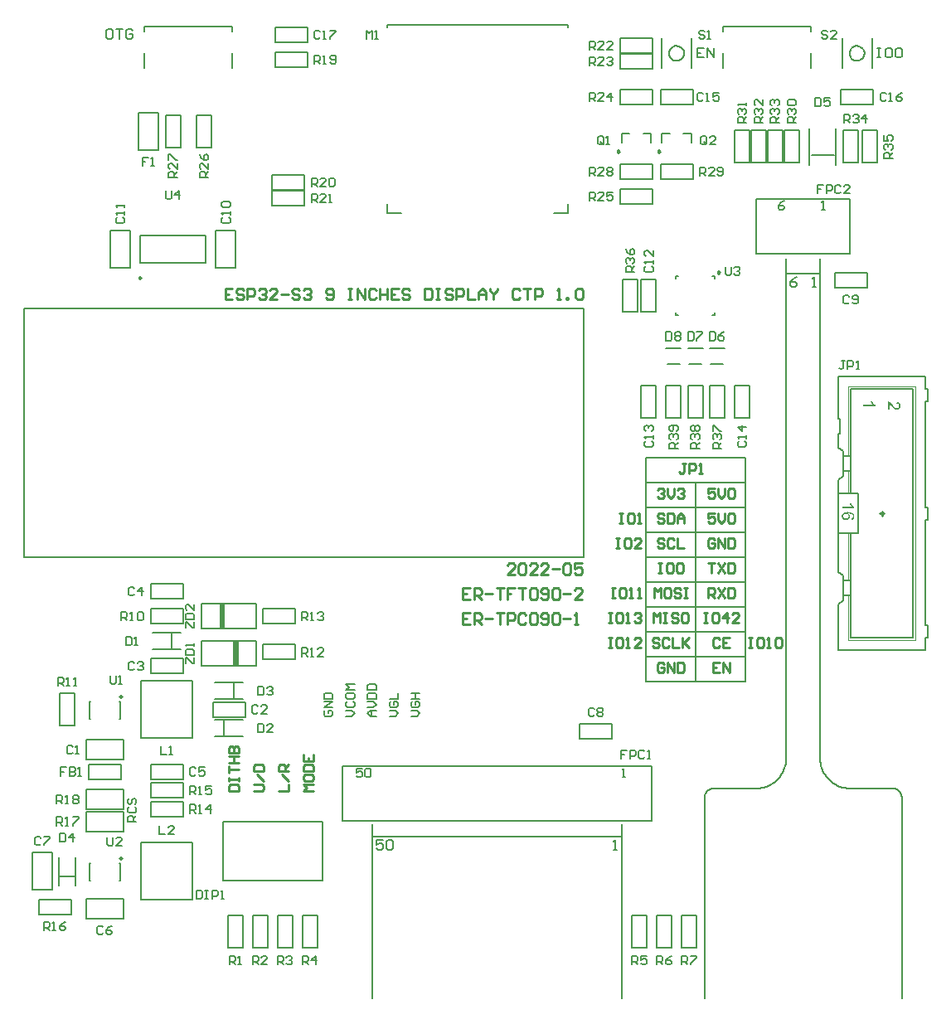
<source format=gto>
G04*
G04 #@! TF.GenerationSoftware,Altium Limited,Altium Designer,21.9.2 (33)*
G04*
G04 Layer_Color=65535*
%FSLAX25Y25*%
%MOIN*%
G70*
G04*
G04 #@! TF.SameCoordinates,73920E6A-4BEC-4EA8-B9E3-355B446DA2E4*
G04*
G04*
G04 #@! TF.FilePolarity,Positive*
G04*
G01*
G75*
%ADD10C,0.00984*%
%ADD11C,0.00787*%
%ADD12C,0.00800*%
%ADD13C,0.00500*%
%ADD14C,0.00600*%
%ADD15C,0.00200*%
%ADD16C,0.01000*%
%ADD17C,0.00700*%
G36*
X640136Y319986D02*
X640201Y319978D01*
X640273Y319964D01*
X640344Y319950D01*
X640423Y319921D01*
X640430D01*
X640437Y319914D01*
X640480Y319900D01*
X640545Y319871D01*
X640631Y319828D01*
X640731Y319771D01*
X640846Y319699D01*
X640961Y319620D01*
X641083Y319520D01*
X641090D01*
X641097Y319505D01*
X641140Y319469D01*
X641205Y319405D01*
X641298Y319312D01*
X641405Y319204D01*
X641534Y319068D01*
X641678Y318903D01*
X641828Y318724D01*
X641835Y318717D01*
X641857Y318688D01*
X641893Y318645D01*
X641936Y318595D01*
X641993Y318530D01*
X642058Y318451D01*
X642130Y318372D01*
X642208Y318279D01*
X642380Y318100D01*
X642553Y317921D01*
X642639Y317835D01*
X642725Y317756D01*
X642803Y317684D01*
X642882Y317627D01*
X642889D01*
X642897Y317612D01*
X642918Y317598D01*
X642947Y317584D01*
X643026Y317533D01*
X643119Y317476D01*
X643234Y317426D01*
X643356Y317376D01*
X643492Y317347D01*
X643621Y317333D01*
X643628D01*
X643635D01*
X643678Y317340D01*
X643750Y317347D01*
X643829Y317369D01*
X643929Y317397D01*
X644030Y317447D01*
X644130Y317512D01*
X644230Y317598D01*
X644245Y317612D01*
X644273Y317648D01*
X644309Y317698D01*
X644359Y317777D01*
X644402Y317878D01*
X644445Y317992D01*
X644474Y318129D01*
X644481Y318279D01*
Y318322D01*
X644474Y318351D01*
X644467Y318437D01*
X644445Y318537D01*
X644417Y318645D01*
X644367Y318767D01*
X644302Y318882D01*
X644216Y318989D01*
X644202Y319003D01*
X644166Y319032D01*
X644108Y319075D01*
X644022Y319118D01*
X643922Y319168D01*
X643793Y319211D01*
X643649Y319240D01*
X643485Y319254D01*
X643549Y319878D01*
X643556D01*
X643578Y319871D01*
X643614D01*
X643664Y319864D01*
X643721Y319849D01*
X643786Y319835D01*
X643865Y319814D01*
X643944Y319792D01*
X644116Y319735D01*
X644288Y319649D01*
X644374Y319599D01*
X644460Y319534D01*
X644539Y319469D01*
X644610Y319398D01*
X644618Y319391D01*
X644625Y319376D01*
X644646Y319355D01*
X644668Y319319D01*
X644696Y319276D01*
X644725Y319226D01*
X644761Y319168D01*
X644797Y319097D01*
X644833Y319018D01*
X644868Y318932D01*
X644897Y318839D01*
X644926Y318738D01*
X644947Y318631D01*
X644969Y318516D01*
X644976Y318394D01*
X644983Y318265D01*
Y318193D01*
X644976Y318143D01*
X644969Y318086D01*
X644962Y318014D01*
X644947Y317935D01*
X644933Y317856D01*
X644883Y317670D01*
X644811Y317483D01*
X644768Y317390D01*
X644718Y317297D01*
X644653Y317211D01*
X644582Y317132D01*
X644574Y317125D01*
X644567Y317110D01*
X644539Y317096D01*
X644510Y317068D01*
X644474Y317032D01*
X644424Y316996D01*
X644374Y316960D01*
X644309Y316917D01*
X644173Y316845D01*
X644001Y316774D01*
X643915Y316745D01*
X643814Y316730D01*
X643714Y316716D01*
X643607Y316709D01*
X643592D01*
X643556D01*
X643499Y316716D01*
X643420Y316723D01*
X643334Y316738D01*
X643234Y316766D01*
X643126Y316795D01*
X643019Y316838D01*
X643004Y316845D01*
X642968Y316860D01*
X642911Y316888D01*
X642832Y316931D01*
X642746Y316989D01*
X642639Y317060D01*
X642531Y317146D01*
X642409Y317247D01*
X642395Y317261D01*
X642352Y317297D01*
X642316Y317333D01*
X642280Y317369D01*
X642237Y317412D01*
X642180Y317469D01*
X642122Y317526D01*
X642058Y317598D01*
X641986Y317670D01*
X641907Y317756D01*
X641828Y317849D01*
X641735Y317949D01*
X641642Y318064D01*
X641542Y318179D01*
X641534Y318186D01*
X641520Y318200D01*
X641499Y318229D01*
X641470Y318265D01*
X641427Y318308D01*
X641384Y318358D01*
X641291Y318473D01*
X641183Y318595D01*
X641076Y318709D01*
X640982Y318810D01*
X640946Y318853D01*
X640911Y318889D01*
X640903Y318896D01*
X640882Y318917D01*
X640853Y318946D01*
X640810Y318982D01*
X640760Y319018D01*
X640710Y319061D01*
X640588Y319147D01*
Y316702D01*
X640000D01*
Y319993D01*
X640007D01*
X640036D01*
X640079D01*
X640136Y319986D01*
D02*
G37*
G36*
X633736Y319993D02*
X633750Y319978D01*
X633757Y319950D01*
X633779Y319914D01*
X633800Y319871D01*
X633829Y319821D01*
X633900Y319699D01*
X633979Y319555D01*
X634080Y319412D01*
X634194Y319262D01*
X634316Y319111D01*
X634324Y319104D01*
X634331Y319097D01*
X634352Y319075D01*
X634374Y319046D01*
X634445Y318982D01*
X634531Y318896D01*
X634632Y318810D01*
X634747Y318717D01*
X634861Y318638D01*
X634983Y318566D01*
Y318172D01*
X630000D01*
Y318781D01*
X633879D01*
X633872Y318788D01*
X633843Y318824D01*
X633800Y318867D01*
X633750Y318939D01*
X633685Y319018D01*
X633614Y319118D01*
X633535Y319233D01*
X633456Y319362D01*
Y319369D01*
X633449Y319376D01*
X633420Y319419D01*
X633384Y319491D01*
X633341Y319577D01*
X633291Y319677D01*
X633241Y319785D01*
X633191Y319893D01*
X633148Y320000D01*
X633736D01*
Y319993D01*
D02*
G37*
G36*
X625236Y278993D02*
X625250Y278978D01*
X625257Y278950D01*
X625279Y278914D01*
X625300Y278871D01*
X625329Y278821D01*
X625400Y278699D01*
X625479Y278555D01*
X625580Y278412D01*
X625694Y278261D01*
X625816Y278111D01*
X625823Y278104D01*
X625831Y278097D01*
X625852Y278075D01*
X625874Y278046D01*
X625945Y277982D01*
X626031Y277896D01*
X626132Y277810D01*
X626247Y277717D01*
X626361Y277638D01*
X626483Y277566D01*
Y277172D01*
X621500D01*
Y277781D01*
X625379D01*
X625372Y277788D01*
X625343Y277824D01*
X625300Y277867D01*
X625250Y277939D01*
X625185Y278018D01*
X625114Y278118D01*
X625035Y278233D01*
X624956Y278362D01*
Y278369D01*
X624949Y278376D01*
X624920Y278419D01*
X624884Y278491D01*
X624841Y278577D01*
X624791Y278677D01*
X624741Y278785D01*
X624691Y278892D01*
X624648Y279000D01*
X625236D01*
Y278993D01*
D02*
G37*
G36*
X623952Y275630D02*
X624052D01*
X624167Y275623D01*
X624303Y275609D01*
X624454Y275594D01*
X624619Y275573D01*
X624784Y275544D01*
X624963Y275508D01*
X625135Y275465D01*
X625307Y275415D01*
X625472Y275350D01*
X625630Y275279D01*
X625780Y275200D01*
X625910Y275107D01*
X625917Y275099D01*
X625931Y275085D01*
X625960Y275057D01*
X626003Y275021D01*
X626046Y274978D01*
X626089Y274920D01*
X626146Y274849D01*
X626196Y274777D01*
X626247Y274691D01*
X626304Y274598D01*
X626347Y274490D01*
X626397Y274382D01*
X626433Y274261D01*
X626462Y274132D01*
X626476Y273995D01*
X626483Y273852D01*
Y273795D01*
X626476Y273752D01*
Y273701D01*
X626469Y273644D01*
X626440Y273508D01*
X626404Y273357D01*
X626347Y273200D01*
X626261Y273042D01*
X626211Y272963D01*
X626153Y272891D01*
X626146Y272884D01*
X626139Y272877D01*
X626118Y272855D01*
X626096Y272834D01*
X626060Y272798D01*
X626017Y272769D01*
X625917Y272690D01*
X625788Y272611D01*
X625630Y272540D01*
X625451Y272475D01*
X625250Y272432D01*
X625200Y273042D01*
X625207D01*
X625214Y273049D01*
X625257Y273056D01*
X625322Y273078D01*
X625400Y273106D01*
X625487Y273135D01*
X625573Y273178D01*
X625651Y273228D01*
X625716Y273278D01*
X625730Y273293D01*
X625759Y273321D01*
X625802Y273372D01*
X625852Y273443D01*
X625895Y273536D01*
X625938Y273637D01*
X625967Y273759D01*
X625981Y273888D01*
Y273938D01*
X625974Y273995D01*
X625960Y274060D01*
X625938Y274146D01*
X625910Y274232D01*
X625874Y274318D01*
X625816Y274404D01*
X625809Y274418D01*
X625780Y274454D01*
X625730Y274504D01*
X625659Y274569D01*
X625573Y274641D01*
X625472Y274720D01*
X625343Y274791D01*
X625200Y274863D01*
X625193D01*
X625178Y274870D01*
X625157Y274877D01*
X625128Y274892D01*
X625085Y274899D01*
X625035Y274913D01*
X624977Y274927D01*
X624906Y274942D01*
X624827Y274963D01*
X624741Y274978D01*
X624648Y274992D01*
X624547Y274999D01*
X624433Y275013D01*
X624318Y275021D01*
X624189Y275028D01*
X624060D01*
X624067Y275021D01*
X624110Y274992D01*
X624167Y274942D01*
X624239Y274877D01*
X624325Y274805D01*
X624404Y274712D01*
X624483Y274612D01*
X624554Y274497D01*
Y274490D01*
X624562Y274483D01*
X624583Y274440D01*
X624605Y274375D01*
X624641Y274289D01*
X624669Y274189D01*
X624691Y274074D01*
X624712Y273952D01*
X624719Y273823D01*
Y273766D01*
X624712Y273723D01*
X624705Y273665D01*
X624698Y273608D01*
X624684Y273536D01*
X624662Y273465D01*
X624612Y273300D01*
X624576Y273214D01*
X624526Y273128D01*
X624476Y273042D01*
X624418Y272949D01*
X624346Y272863D01*
X624268Y272784D01*
X624261Y272776D01*
X624246Y272762D01*
X624225Y272741D01*
X624189Y272719D01*
X624139Y272683D01*
X624088Y272647D01*
X624024Y272611D01*
X623952Y272568D01*
X623873Y272526D01*
X623787Y272490D01*
X623687Y272454D01*
X623587Y272418D01*
X623479Y272396D01*
X623357Y272375D01*
X623235Y272361D01*
X623106Y272353D01*
X623099D01*
X623085D01*
X623063D01*
X623027D01*
X622984Y272361D01*
X622941D01*
X622826Y272382D01*
X622690Y272404D01*
X622547Y272439D01*
X622389Y272490D01*
X622238Y272561D01*
X622231D01*
X622224Y272568D01*
X622203Y272583D01*
X622174Y272597D01*
X622102Y272640D01*
X622009Y272705D01*
X621909Y272784D01*
X621808Y272877D01*
X621708Y272991D01*
X621622Y273113D01*
Y273121D01*
X621615Y273128D01*
X621600Y273149D01*
X621593Y273178D01*
X621557Y273250D01*
X621522Y273343D01*
X621479Y273465D01*
X621450Y273601D01*
X621421Y273752D01*
X621414Y273917D01*
Y273952D01*
X621421Y273988D01*
Y274045D01*
X621428Y274110D01*
X621443Y274182D01*
X621464Y274268D01*
X621486Y274354D01*
X621514Y274454D01*
X621550Y274555D01*
X621593Y274655D01*
X621651Y274763D01*
X621715Y274863D01*
X621787Y274963D01*
X621873Y275064D01*
X621973Y275157D01*
X621980Y275164D01*
X622002Y275178D01*
X622031Y275200D01*
X622081Y275229D01*
X622145Y275272D01*
X622217Y275307D01*
X622310Y275350D01*
X622411Y275394D01*
X622533Y275444D01*
X622669Y275487D01*
X622819Y275523D01*
X622984Y275558D01*
X623171Y275594D01*
X623371Y275616D01*
X623587Y275630D01*
X623816Y275637D01*
X623823D01*
X623830D01*
X623852D01*
X623880D01*
X623952Y275630D01*
D02*
G37*
%LPC*%
G36*
X623106Y274935D02*
X623092D01*
X623056D01*
X622991Y274927D01*
X622913Y274920D01*
X622819Y274906D01*
X622719Y274877D01*
X622611Y274849D01*
X622504Y274805D01*
X622490Y274798D01*
X622454Y274777D01*
X622403Y274748D01*
X622339Y274705D01*
X622274Y274655D01*
X622195Y274590D01*
X622131Y274519D01*
X622066Y274433D01*
X622059Y274418D01*
X622045Y274390D01*
X622016Y274340D01*
X621995Y274275D01*
X621966Y274203D01*
X621937Y274117D01*
X621923Y274024D01*
X621916Y273924D01*
Y273888D01*
X621923Y273859D01*
X621930Y273787D01*
X621952Y273694D01*
X621995Y273594D01*
X622045Y273479D01*
X622124Y273364D01*
X622167Y273307D01*
X622224Y273257D01*
X622231D01*
X622238Y273242D01*
X622282Y273214D01*
X622353Y273171D01*
X622446Y273113D01*
X622568Y273063D01*
X622712Y273020D01*
X622877Y272991D01*
X623070Y272977D01*
X623077D01*
X623092D01*
X623120D01*
X623156Y272984D01*
X623199D01*
X623249Y272991D01*
X623364Y273013D01*
X623493Y273042D01*
X623630Y273092D01*
X623759Y273164D01*
X623880Y273257D01*
X623895Y273271D01*
X623931Y273307D01*
X623974Y273364D01*
X624031Y273443D01*
X624088Y273544D01*
X624131Y273658D01*
X624167Y273795D01*
X624182Y273945D01*
Y273988D01*
X624174Y274017D01*
X624167Y274089D01*
X624146Y274189D01*
X624110Y274296D01*
X624052Y274418D01*
X623981Y274533D01*
X623880Y274648D01*
X623866Y274662D01*
X623830Y274691D01*
X623766Y274741D01*
X623672Y274791D01*
X623565Y274841D01*
X623429Y274892D01*
X623278Y274920D01*
X623106Y274935D01*
D02*
G37*
%LPD*%
D10*
X572492Y372000D02*
X571754Y372426D01*
Y371574D01*
X572492Y372000D01*
X339803Y369833D02*
X339065Y370259D01*
Y369407D01*
X339803Y369833D01*
X548406Y420571D02*
X547667Y420997D01*
Y420145D01*
X548406Y420571D01*
X532156D02*
X531417Y420997D01*
Y420145D01*
X532156Y420571D01*
D11*
X558000Y460000D02*
X557837Y460974D01*
X557367Y461843D01*
X556641Y462511D01*
X555736Y462908D01*
X554752Y462990D01*
X553795Y462747D01*
X552968Y462207D01*
X552362Y461428D01*
X552041Y460494D01*
Y459506D01*
X552362Y458572D01*
X552968Y457793D01*
X553795Y457253D01*
X554752Y457010D01*
X555736Y457092D01*
X556641Y457488D01*
X557367Y458157D01*
X557837Y459026D01*
X558000Y460000D01*
X630500D02*
X630337Y460974D01*
X629867Y461843D01*
X629141Y462511D01*
X628236Y462908D01*
X627252Y462990D01*
X626295Y462747D01*
X625468Y462207D01*
X624862Y461428D01*
X624541Y460494D01*
Y459506D01*
X624862Y458572D01*
X625468Y457793D01*
X626295Y457253D01*
X627252Y457010D01*
X628236Y457092D01*
X629141Y457488D01*
X629867Y458157D01*
X630337Y459026D01*
X630500Y460000D01*
X332283Y136368D02*
X331693Y136959D01*
X331102Y136368D01*
X331693Y135778D01*
X332283Y136368D01*
Y201368D02*
X331693Y201959D01*
X331102Y201368D01*
X331693Y200778D01*
X332283Y201368D01*
X570181Y164549D02*
X569179Y164418D01*
X568246Y164031D01*
X567444Y163416D01*
X566829Y162615D01*
X566442Y161681D01*
X566310Y160680D01*
X645656D02*
X645498Y161701D01*
X645081Y162647D01*
X644433Y163453D01*
X643600Y164064D01*
X642636Y164437D01*
X641608Y164549D01*
X587246D02*
X588227Y164597D01*
X589200Y164726D01*
X590159Y164935D01*
X591097Y165222D01*
X592009Y165585D01*
X592888Y166023D01*
X593727Y166532D01*
X594522Y167108D01*
X595266Y167748D01*
X595955Y168447D01*
X596584Y169201D01*
X597148Y170004D01*
X597644Y170851D01*
X598068Y171736D01*
X598418Y172653D01*
X598691Y173596D01*
X598886Y174558D01*
X599000Y175533D01*
X599033Y176514D01*
X612756D02*
X612790Y175533D01*
X612904Y174558D01*
X613098Y173596D01*
X613371Y172653D01*
X613721Y171736D01*
X614145Y170851D01*
X614642Y170004D01*
X615206Y169201D01*
X615835Y168447D01*
X616523Y167748D01*
X617268Y167108D01*
X618062Y166532D01*
X618902Y166023D01*
X619780Y165585D01*
X620692Y165222D01*
X621630Y164935D01*
X622589Y164726D01*
X623563Y164597D01*
X624543Y164549D01*
X292500Y357500D02*
X517500D01*
X292500Y257500D02*
X517500D01*
X292500D02*
Y357500D01*
X517500Y257500D02*
Y357500D01*
X582500Y207500D02*
Y297500D01*
X562500Y207500D02*
Y287500D01*
X542500Y207500D02*
Y297500D01*
Y207500D02*
X582500D01*
X542500Y217500D02*
X582500D01*
X542500Y227500D02*
X582500D01*
X542500Y237500D02*
X582500D01*
X542500Y247500D02*
X582500D01*
X542500Y257500D02*
X582500D01*
X542500Y267500D02*
X582500D01*
X542500Y277500D02*
X582500D01*
X542500Y287500D02*
X582500D01*
X542500Y297500D02*
X582500D01*
X624792Y379545D02*
Y401592D01*
X586997Y379545D02*
Y401592D01*
X624792D01*
X586997Y379545D02*
X624792D01*
X561000Y454000D02*
Y466000D01*
X549000Y454000D02*
Y466000D01*
X633500Y454000D02*
Y466000D01*
X621500Y454000D02*
Y466000D01*
X573533Y454173D02*
Y460079D01*
X608966Y454173D02*
Y460079D01*
X573533Y468937D02*
Y470905D01*
X608966Y468937D02*
Y470905D01*
X573533D02*
X608966D01*
X365689Y375738D02*
Y386762D01*
X339311Y375738D02*
Y386762D01*
X365689D01*
X339311Y375738D02*
X365689D01*
X609321Y419055D02*
X618179D01*
X608337Y415118D02*
Y429882D01*
X619163Y415118D02*
Y429882D01*
X549094Y424213D02*
Y427756D01*
X552244D01*
X560906Y424213D02*
Y427756D01*
X557756D02*
X560906D01*
X532844Y424213D02*
Y427756D01*
X535994D01*
X544656Y424213D02*
Y427756D01*
X541506D02*
X544656D01*
X341034Y454173D02*
Y460079D01*
X376466Y454173D02*
Y460079D01*
X341034Y468937D02*
Y470905D01*
X376466Y468937D02*
Y470905D01*
X341034D02*
X376466D01*
X319094Y134498D02*
X319291D01*
X319094Y127411D02*
X319291D01*
X331102Y134498D02*
X331299D01*
X331102Y127411D02*
X331299D01*
Y134498D01*
X319094Y127411D02*
Y134498D01*
X376969Y200403D02*
Y207097D01*
X369291Y200403D02*
X380709D01*
X369291Y207097D02*
X380709D01*
X373031Y185404D02*
Y192096D01*
X369291D02*
X380709D01*
X369291Y185404D02*
X380709D01*
X351969Y220404D02*
Y227097D01*
X344291Y220404D02*
X355709D01*
X344291Y227097D02*
X355709D01*
X319094Y199498D02*
X319291D01*
X319094Y192411D02*
X319291D01*
X331102Y199498D02*
X331299D01*
X331102Y192411D02*
X331299D01*
Y199498D01*
X319094Y192411D02*
Y199498D01*
X306653Y129281D02*
X313347D01*
X306653Y125541D02*
Y136959D01*
X313347Y125541D02*
Y136959D01*
X624543Y164549D02*
X641608D01*
X612756Y176514D02*
Y377500D01*
X645656Y80000D02*
Y160680D01*
X566310Y80000D02*
Y160680D01*
X432600Y80000D02*
Y150000D01*
X557000Y113375D02*
X563000D01*
X557000Y100375D02*
Y113375D01*
Y100375D02*
X563000D01*
Y113375D01*
X547000D02*
X553000D01*
X547000Y100375D02*
Y113375D01*
Y100375D02*
X553000D01*
Y113375D01*
X537000D02*
X543000D01*
X537000Y100375D02*
Y113375D01*
Y100375D02*
X543000D01*
Y113375D01*
X372500Y151186D02*
X412500D01*
Y127564D02*
Y151186D01*
X372500Y127564D02*
X412500D01*
X372500D02*
Y151186D01*
X404500Y100375D02*
X410500D01*
Y113375D01*
X404500D02*
X410500D01*
X404500Y100375D02*
Y113375D01*
X394500Y100375D02*
X400500D01*
Y113375D01*
X394500D02*
X400500D01*
X394500Y100375D02*
Y113375D01*
X384500Y100375D02*
X390500D01*
Y113375D01*
X384500D02*
X390500D01*
X384500Y100375D02*
Y113375D01*
X374500Y100375D02*
X380500D01*
Y113375D01*
X374500D02*
X380500D01*
X374500Y100375D02*
Y113375D01*
X438767Y471385D02*
X511232Y471385D01*
X505795Y395795D02*
X511233Y395795D01*
Y399500D01*
Y470500D02*
Y471385D01*
X438768Y470500D02*
Y471385D01*
Y395795D02*
X444205Y395795D01*
X438768Y395795D02*
Y399500D01*
X599033Y371447D02*
X612756D01*
X599033D02*
X612756D01*
X599033Y176514D02*
Y377500D01*
X532882Y80000D02*
Y150000D01*
X432604Y145200D02*
X532879D01*
X570181Y164549D02*
X587246D01*
X613395Y397187D02*
X614575D01*
X613985D01*
Y400730D01*
X613395Y400139D01*
X598256Y400730D02*
X597075Y400139D01*
X595895Y398958D01*
Y397778D01*
X596485Y397187D01*
X597666D01*
X598256Y397778D01*
Y398368D01*
X597666Y398958D01*
X595895D01*
X428602Y172578D02*
X426241D01*
Y170807D01*
X427422Y171397D01*
X428012D01*
X428602Y170807D01*
Y169626D01*
X428012Y169035D01*
X426831D01*
X426241Y169626D01*
X429783Y171987D02*
X430373Y172578D01*
X431554D01*
X432145Y171987D01*
Y169626D01*
X431554Y169035D01*
X430373D01*
X429783Y169626D01*
Y171987D01*
X533241Y169035D02*
X534422D01*
X533831D01*
Y172578D01*
X533241Y171987D01*
X609665Y366035D02*
X610998D01*
X610331D01*
Y370033D01*
X609665Y369367D01*
X603453Y370033D02*
X602120Y369367D01*
X600787Y368034D01*
Y366701D01*
X601454Y366035D01*
X602787D01*
X603453Y366701D01*
Y367368D01*
X602787Y368034D01*
X600787D01*
X557100Y93700D02*
Y97199D01*
X558849D01*
X559433Y96616D01*
Y95449D01*
X558849Y94866D01*
X557100D01*
X558266D02*
X559433Y93700D01*
X560599Y97199D02*
X562931D01*
Y96616D01*
X560599Y94283D01*
Y93700D01*
X547100D02*
Y97199D01*
X548849D01*
X549433Y96616D01*
Y95449D01*
X548849Y94866D01*
X547100D01*
X548266D02*
X549433Y93700D01*
X552931Y97199D02*
X551765Y96616D01*
X550599Y95449D01*
Y94283D01*
X551182Y93700D01*
X552348D01*
X552931Y94283D01*
Y94866D01*
X552348Y95449D01*
X550599D01*
X537100Y93700D02*
Y97199D01*
X538849D01*
X539433Y96616D01*
Y95449D01*
X538849Y94866D01*
X537100D01*
X538266D02*
X539433Y93700D01*
X542932Y97199D02*
X540599D01*
Y95449D01*
X541765Y96033D01*
X542348D01*
X542932Y95449D01*
Y94283D01*
X542348Y93700D01*
X541182D01*
X540599Y94283D01*
X404600Y93700D02*
Y97199D01*
X406349D01*
X406933Y96616D01*
Y95449D01*
X406349Y94866D01*
X404600D01*
X405766D02*
X406933Y93700D01*
X409848D02*
Y97199D01*
X408099Y95449D01*
X410431D01*
X394600Y93700D02*
Y97199D01*
X396349D01*
X396933Y96616D01*
Y95449D01*
X396349Y94866D01*
X394600D01*
X395766D02*
X396933Y93700D01*
X398099Y96616D02*
X398682Y97199D01*
X399848D01*
X400431Y96616D01*
Y96033D01*
X399848Y95449D01*
X399265D01*
X399848D01*
X400431Y94866D01*
Y94283D01*
X399848Y93700D01*
X398682D01*
X398099Y94283D01*
X384600Y93700D02*
Y97199D01*
X386349D01*
X386933Y96616D01*
Y95449D01*
X386349Y94866D01*
X384600D01*
X385766D02*
X386933Y93700D01*
X390431D02*
X388099D01*
X390431Y96033D01*
Y96616D01*
X389848Y97199D01*
X388682D01*
X388099Y96616D01*
X375200Y93700D02*
Y97199D01*
X376949D01*
X377533Y96616D01*
Y95449D01*
X376949Y94866D01*
X375200D01*
X376366D02*
X377533Y93700D01*
X378699D02*
X379865D01*
X379282D01*
Y97199D01*
X378699Y96616D01*
X361960Y123624D02*
Y120126D01*
X363710D01*
X364293Y120709D01*
Y123041D01*
X363710Y123624D01*
X361960D01*
X365459D02*
X366625D01*
X366042D01*
Y120126D01*
X365459D01*
X366625D01*
X368375D02*
Y123624D01*
X370124D01*
X370707Y123041D01*
Y121875D01*
X370124Y121292D01*
X368375D01*
X371874Y120126D02*
X373040D01*
X372457D01*
Y123624D01*
X371874Y123041D01*
D12*
X339732Y184683D02*
X360268D01*
Y207850D01*
X339732D02*
X360268D01*
X339732Y184683D02*
Y207850D01*
X551250Y335000D02*
X556250D01*
X550750Y341500D02*
X556750D01*
X560000Y335000D02*
X565000D01*
X559500Y341500D02*
X565500D01*
X568750Y335000D02*
X573750D01*
X568250Y341500D02*
X574250D01*
X339700Y119683D02*
Y142850D01*
X360236D01*
Y119683D02*
Y142850D01*
X339700Y119683D02*
X360236D01*
X327799Y469799D02*
X326466D01*
X325800Y469132D01*
Y466466D01*
X326466Y465800D01*
X327799D01*
X328466Y466466D01*
Y469132D01*
X327799Y469799D01*
X329799D02*
X332465D01*
X331132D01*
Y465800D01*
X336463Y469132D02*
X335797Y469799D01*
X334464D01*
X333797Y469132D01*
Y466466D01*
X334464Y465800D01*
X335797D01*
X336463Y466466D01*
Y467799D01*
X335130D01*
X635800Y462299D02*
X637133D01*
X636466D01*
Y458300D01*
X635800D01*
X637133D01*
X641132Y462299D02*
X639799D01*
X639132Y461632D01*
Y458966D01*
X639799Y458300D01*
X641132D01*
X641798Y458966D01*
Y461632D01*
X641132Y462299D01*
X643131Y461632D02*
X643797Y462299D01*
X645130D01*
X645797Y461632D01*
Y458966D01*
X645130Y458300D01*
X643797D01*
X643131Y458966D01*
Y461632D01*
X565966Y462299D02*
X563300D01*
Y458300D01*
X565966D01*
X563300Y460299D02*
X564633D01*
X567299Y458300D02*
Y462299D01*
X569965Y458300D01*
Y462299D01*
X436966Y143799D02*
X434300D01*
Y141799D01*
X435633Y142466D01*
X436299D01*
X436966Y141799D01*
Y140466D01*
X436299Y139800D01*
X434966D01*
X434300Y140466D01*
X438299Y143132D02*
X438965Y143799D01*
X440298D01*
X440965Y143132D01*
Y140466D01*
X440298Y139800D01*
X438965D01*
X438299Y140466D01*
Y143132D01*
X529800Y139800D02*
X531133D01*
X530466D01*
Y143799D01*
X529800Y143132D01*
D13*
X393500Y464500D02*
Y470500D01*
Y464500D02*
X406500D01*
Y470500D01*
X393500D02*
X406500D01*
X388500Y222375D02*
X401500D01*
Y216375D02*
Y222375D01*
X388500Y216375D02*
X401500D01*
X388500D02*
Y222375D01*
X364000Y223750D02*
X386000D01*
Y213750D02*
Y223750D01*
X364000Y213750D02*
Y223750D01*
Y213750D02*
X386000D01*
X378500D02*
Y223750D01*
X378000Y213750D02*
Y223750D01*
X377500Y213750D02*
Y223750D01*
X377000Y213750D02*
Y223750D01*
X548500Y439500D02*
X561500D01*
X548500D02*
Y445500D01*
X561500D01*
Y439500D02*
Y445500D01*
X550750Y326500D02*
X556750D01*
X550750Y313500D02*
Y326500D01*
Y313500D02*
X556750D01*
Y326500D01*
X559500D02*
X565500D01*
X559500Y313500D02*
Y326500D01*
Y313500D02*
X565500D01*
Y326500D01*
X568250D02*
X574250D01*
X568250Y313500D02*
Y326500D01*
Y313500D02*
X574250D01*
Y326500D01*
X533250Y356000D02*
X539250D01*
Y369000D01*
X533250D02*
X539250D01*
X533250Y356000D02*
Y369000D01*
X622000Y429000D02*
X628000D01*
X622000Y416000D02*
Y429000D01*
Y416000D02*
X628000D01*
Y429000D01*
X540750Y313500D02*
X546750D01*
Y326500D01*
X540750D02*
X546750D01*
X540750Y313500D02*
Y326500D01*
Y356000D02*
X546750D01*
Y369000D01*
X540750D02*
X546750D01*
X540750Y356000D02*
Y369000D01*
X629500Y429000D02*
X635500D01*
X629500Y416000D02*
Y429000D01*
Y416000D02*
X635500D01*
Y429000D01*
X598250Y416000D02*
X604250D01*
Y429000D01*
X598250D02*
X604250D01*
X598250Y416000D02*
Y429000D01*
X585000D02*
X591000D01*
X585000Y416000D02*
Y429000D01*
Y416000D02*
X591000D01*
Y429000D01*
X591500D02*
X597500D01*
X591500Y416000D02*
Y429000D01*
Y416000D02*
X597500D01*
Y429000D01*
X578250D02*
X584250D01*
X578250Y416000D02*
Y429000D01*
Y416000D02*
X584250D01*
Y429000D01*
X578250Y313500D02*
X584250D01*
Y326500D01*
X578250D02*
X584250D01*
X578250Y313500D02*
Y326500D01*
X634000Y439500D02*
Y445500D01*
X621000D02*
X634000D01*
X621000Y439500D02*
Y445500D01*
Y439500D02*
X634000D01*
X369750Y373750D02*
X377750D01*
X369750D02*
Y388750D01*
X377750Y373750D02*
Y388750D01*
X369750D02*
X377750D01*
X327250Y373750D02*
X335250D01*
X327250D02*
Y388750D01*
X335250Y373750D02*
Y388750D01*
X327250D02*
X335250D01*
X545250Y409500D02*
Y415500D01*
X532250D02*
X545250D01*
X532250Y409500D02*
Y415500D01*
Y409500D02*
X545250D01*
X548500D02*
Y415500D01*
Y409500D02*
X561500D01*
Y415500D01*
X548500D02*
X561500D01*
X338500Y421250D02*
X346500D01*
X338500D02*
Y436250D01*
X346500Y421250D02*
Y436250D01*
X338500D02*
X346500D01*
X545250Y460125D02*
Y466125D01*
X532250D02*
X545250D01*
X532250Y460125D02*
Y466125D01*
Y460125D02*
X545250D01*
Y453875D02*
Y459875D01*
X532250D02*
X545250D01*
X532250Y453875D02*
Y459875D01*
Y453875D02*
X545250D01*
X406500Y454500D02*
Y460500D01*
X393500D02*
X406500D01*
X393500Y454500D02*
Y460500D01*
Y454500D02*
X406500D01*
X545250Y439500D02*
Y445500D01*
X532250D02*
X545250D01*
X532250Y439500D02*
Y445500D01*
Y439500D02*
X545250D01*
X405250Y405125D02*
Y411125D01*
X392250D02*
X405250D01*
X392250Y405125D02*
Y411125D01*
Y405125D02*
X405250D01*
X545250Y399500D02*
Y405500D01*
X532250D02*
X545250D01*
X532250Y399500D02*
Y405500D01*
Y399500D02*
X545250D01*
X405250Y398875D02*
Y404875D01*
X392250D02*
X405250D01*
X392250Y398875D02*
Y404875D01*
Y398875D02*
X405250D01*
X362000Y422250D02*
X368000D01*
Y435250D01*
X362000D02*
X368000D01*
X362000Y422250D02*
Y435250D01*
X349500D02*
X355500D01*
X349500Y422250D02*
Y435250D01*
Y422250D02*
X355500D01*
Y435250D01*
X332500Y156000D02*
Y164000D01*
X317500Y156000D02*
X332500D01*
X317500Y164000D02*
X332500D01*
X317500Y156000D02*
Y164000D01*
X332500Y147250D02*
Y155250D01*
X317500Y147250D02*
X332500D01*
X317500Y155250D02*
X332500D01*
X317500Y147250D02*
Y155250D01*
X631500Y365750D02*
Y371750D01*
X618500D02*
X631500D01*
X618500Y365750D02*
Y371750D01*
Y365750D02*
X631500D01*
X343500Y240750D02*
Y246750D01*
Y240750D02*
X356500D01*
Y246750D01*
X343500D02*
X356500D01*
X529000Y184500D02*
Y190500D01*
X516000D02*
X529000D01*
X516000Y184500D02*
Y190500D01*
Y184500D02*
X529000D01*
X373000Y228750D02*
Y238750D01*
X372500Y228750D02*
Y238750D01*
X372000Y228750D02*
Y238750D01*
X371500Y228750D02*
Y238750D01*
X364000D02*
X386000D01*
Y228750D02*
Y238750D01*
X364000Y228750D02*
Y238750D01*
Y228750D02*
X386000D01*
X331500Y168250D02*
Y174250D01*
X318500D02*
X331500D01*
X318500Y168250D02*
Y174250D01*
Y168250D02*
X331500D01*
X343500Y210750D02*
Y216750D01*
Y210750D02*
X356500D01*
Y216750D01*
X343500D02*
X356500D01*
X368500Y193250D02*
Y199250D01*
Y193250D02*
X381500D01*
Y199250D01*
X368500D02*
X381500D01*
X317500Y176000D02*
Y184000D01*
X332500D01*
X317500Y176000D02*
X332500D01*
Y184000D01*
X343500Y153250D02*
Y159250D01*
Y153250D02*
X356500D01*
Y159250D01*
X343500D02*
X356500D01*
Y230750D02*
Y236750D01*
X343500D02*
X356500D01*
X343500Y230750D02*
Y236750D01*
Y230750D02*
X356500D01*
X388500D02*
Y236750D01*
Y230750D02*
X401500D01*
Y236750D01*
X388500D02*
X401500D01*
X343500Y168250D02*
Y174250D01*
Y168250D02*
X356500D01*
Y174250D01*
X343500D02*
X356500D01*
Y160750D02*
Y166750D01*
X343500D02*
X356500D01*
X343500Y160750D02*
Y166750D01*
Y160750D02*
X356500D01*
X307000Y202750D02*
X313000D01*
X307000Y189750D02*
Y202750D01*
Y189750D02*
X313000D01*
Y202750D01*
X296000Y138750D02*
X304000D01*
Y123750D02*
Y138750D01*
X296000Y123750D02*
Y138750D01*
Y123750D02*
X304000D01*
X317500Y112250D02*
Y120250D01*
X332500D01*
X317500Y112250D02*
X332500D01*
Y120250D01*
X298500Y113875D02*
Y119875D01*
Y113875D02*
X311500D01*
Y119875D01*
X298500D02*
X311500D01*
X544946Y151393D02*
Y173441D01*
X420536Y151393D02*
Y173441D01*
X544946D01*
X420536Y151393D02*
X544946D01*
D14*
X622000Y290000D02*
Y292000D01*
X620000Y283000D02*
Y288500D01*
X622000Y290000D01*
X620000Y301500D02*
X622000Y300000D01*
Y298000D02*
Y300000D01*
Y292000D02*
Y298000D01*
X625000Y292000D02*
Y298000D01*
X624000Y292000D02*
X625000D01*
Y298000D02*
Y325000D01*
X624000Y298000D02*
X625000D01*
X622000Y292000D02*
X624000D01*
X622000Y298000D02*
X624000D01*
X620000Y301500D02*
Y307000D01*
X620500D01*
Y313000D01*
X620000D02*
X620500D01*
X620000D02*
Y330000D01*
X622000Y242000D02*
Y248000D01*
Y242000D02*
X624000D01*
X622000Y248000D02*
Y250000D01*
Y248000D02*
X624000D01*
X620000Y283000D02*
X624000D01*
X625000D01*
X620000Y267000D02*
X624000D01*
X622000Y240000D02*
Y242000D01*
X620000Y238500D02*
X622000Y240000D01*
X620000Y251500D02*
X622000Y250000D01*
X625000Y242000D02*
Y248000D01*
X624000Y242000D02*
X625000D01*
Y248000D02*
Y267000D01*
X624000Y248000D02*
X625000D01*
X620000Y267000D02*
Y283000D01*
Y251500D02*
Y267000D01*
X655000Y277500D02*
Y320000D01*
X656000D01*
X655000Y325000D02*
X656000D01*
Y320000D02*
Y325000D01*
X655000Y277500D02*
X656000D01*
X655000Y230000D02*
Y272500D01*
X656000D01*
Y277500D01*
X655000Y220000D02*
Y225000D01*
Y230000D02*
X656000D01*
Y225000D02*
Y230000D01*
X655000Y225000D02*
X656000D01*
X624000Y267000D02*
X625000D01*
X628000D01*
X625000Y283000D02*
Y292000D01*
Y283000D02*
X628000D01*
Y267000D02*
Y283000D01*
X625000Y225000D02*
Y242000D01*
X620000Y330000D02*
X655000D01*
X620000Y220000D02*
X655000D01*
X620000D02*
Y238500D01*
X655000Y325000D02*
Y330000D01*
X625000Y325000D02*
X650000D01*
X625000Y225000D02*
X650000D01*
Y325000D01*
X554650Y370350D02*
X555679D01*
X569321D02*
X570350D01*
Y354650D02*
Y355679D01*
X554650Y354650D02*
X555679D01*
X554650Y369321D02*
Y370350D01*
X570350Y369321D02*
Y370350D01*
X554650Y354650D02*
Y355679D01*
X569321Y354650D02*
X570350D01*
D15*
X624000Y283000D02*
Y292000D01*
Y298000D02*
Y326000D01*
X651000D01*
Y224000D02*
Y326000D01*
X624000Y224000D02*
X651000D01*
X624000D02*
Y242000D01*
Y248000D02*
Y267000D01*
D16*
X637500Y274213D02*
Y275787D01*
X636713Y275000D02*
X638287D01*
X472005Y244999D02*
X469006D01*
Y240500D01*
X472005D01*
X469006Y242749D02*
X470505D01*
X473504Y240500D02*
Y244999D01*
X475754D01*
X476503Y244249D01*
Y242749D01*
X475754Y242000D01*
X473504D01*
X475004D02*
X476503Y240500D01*
X478003Y242749D02*
X481002D01*
X482502Y244999D02*
X485500D01*
X484001D01*
Y240500D01*
X489999Y244999D02*
X487000D01*
Y242749D01*
X488499D01*
X487000D01*
Y240500D01*
X491499Y244999D02*
X494498D01*
X492998D01*
Y240500D01*
X495997Y244249D02*
X496747Y244999D01*
X498246D01*
X498996Y244249D01*
Y241250D01*
X498246Y240500D01*
X496747D01*
X495997Y241250D01*
Y244249D01*
X500496Y241250D02*
X501245Y240500D01*
X502745D01*
X503495Y241250D01*
Y244249D01*
X502745Y244999D01*
X501245D01*
X500496Y244249D01*
Y243499D01*
X501245Y242749D01*
X503495D01*
X504994Y244249D02*
X505744Y244999D01*
X507243D01*
X507993Y244249D01*
Y241250D01*
X507243Y240500D01*
X505744D01*
X504994Y241250D01*
Y244249D01*
X509493Y242749D02*
X512492D01*
X516990Y240500D02*
X513991D01*
X516990Y243499D01*
Y244249D01*
X516241Y244999D01*
X514741D01*
X513991Y244249D01*
X472005Y234999D02*
X469006D01*
Y230500D01*
X472005D01*
X469006Y232749D02*
X470505D01*
X473504Y230500D02*
Y234999D01*
X475754D01*
X476503Y234249D01*
Y232749D01*
X475754Y232000D01*
X473504D01*
X475004D02*
X476503Y230500D01*
X478003Y232749D02*
X481002D01*
X482502Y234999D02*
X485500D01*
X484001D01*
Y230500D01*
X487000D02*
Y234999D01*
X489249D01*
X489999Y234249D01*
Y232749D01*
X489249Y232000D01*
X487000D01*
X494498Y234249D02*
X493748Y234999D01*
X492248D01*
X491499Y234249D01*
Y231250D01*
X492248Y230500D01*
X493748D01*
X494498Y231250D01*
X495997Y234249D02*
X496747Y234999D01*
X498246D01*
X498996Y234249D01*
Y231250D01*
X498246Y230500D01*
X496747D01*
X495997Y231250D01*
Y234249D01*
X500496Y231250D02*
X501245Y230500D01*
X502745D01*
X503495Y231250D01*
Y234249D01*
X502745Y234999D01*
X501245D01*
X500496Y234249D01*
Y233499D01*
X501245Y232749D01*
X503495D01*
X504994Y234249D02*
X505744Y234999D01*
X507243D01*
X507993Y234249D01*
Y231250D01*
X507243Y230500D01*
X505744D01*
X504994Y231250D01*
Y234249D01*
X509493Y232749D02*
X512492D01*
X513991Y230500D02*
X515491D01*
X514741D01*
Y234999D01*
X513991Y234249D01*
X489999Y250500D02*
X487000D01*
X489999Y253499D01*
Y254249D01*
X489249Y254999D01*
X487750D01*
X487000Y254249D01*
X491499D02*
X492248Y254999D01*
X493748D01*
X494498Y254249D01*
Y251250D01*
X493748Y250500D01*
X492248D01*
X491499Y251250D01*
Y254249D01*
X498996Y250500D02*
X495997D01*
X498996Y253499D01*
Y254249D01*
X498246Y254999D01*
X496747D01*
X495997Y254249D01*
X503495Y250500D02*
X500496D01*
X503495Y253499D01*
Y254249D01*
X502745Y254999D01*
X501245D01*
X500496Y254249D01*
X504994Y252749D02*
X507993D01*
X509493Y254249D02*
X510243Y254999D01*
X511742D01*
X512492Y254249D01*
Y251250D01*
X511742Y250500D01*
X510243D01*
X509493Y251250D01*
Y254249D01*
X516990Y254999D02*
X513991D01*
Y252749D01*
X515491Y253499D01*
X516241D01*
X516990Y252749D01*
Y251250D01*
X516241Y250500D01*
X514741D01*
X513991Y251250D01*
X376499Y365498D02*
X373500D01*
Y361000D01*
X376499D01*
X373500Y363249D02*
X374999D01*
X380998Y364749D02*
X380248Y365498D01*
X378748D01*
X377998Y364749D01*
Y363999D01*
X378748Y363249D01*
X380248D01*
X380998Y362499D01*
Y361750D01*
X380248Y361000D01*
X378748D01*
X377998Y361750D01*
X382497Y361000D02*
Y365498D01*
X384746D01*
X385496Y364749D01*
Y363249D01*
X384746Y362499D01*
X382497D01*
X386996Y364749D02*
X387745Y365498D01*
X389245D01*
X389995Y364749D01*
Y363999D01*
X389245Y363249D01*
X388495D01*
X389245D01*
X389995Y362499D01*
Y361750D01*
X389245Y361000D01*
X387745D01*
X386996Y361750D01*
X394493Y361000D02*
X391494D01*
X394493Y363999D01*
Y364749D01*
X393743Y365498D01*
X392244D01*
X391494Y364749D01*
X395993Y363249D02*
X398992D01*
X403490Y364749D02*
X402741Y365498D01*
X401241D01*
X400491Y364749D01*
Y363999D01*
X401241Y363249D01*
X402741D01*
X403490Y362499D01*
Y361750D01*
X402741Y361000D01*
X401241D01*
X400491Y361750D01*
X404990Y364749D02*
X405740Y365498D01*
X407239D01*
X407989Y364749D01*
Y363999D01*
X407239Y363249D01*
X406489D01*
X407239D01*
X407989Y362499D01*
Y361750D01*
X407239Y361000D01*
X405740D01*
X404990Y361750D01*
X413987D02*
X414737Y361000D01*
X416236D01*
X416986Y361750D01*
Y364749D01*
X416236Y365498D01*
X414737D01*
X413987Y364749D01*
Y363999D01*
X414737Y363249D01*
X416986D01*
X422984Y365498D02*
X424484D01*
X423734D01*
Y361000D01*
X422984D01*
X424484D01*
X426733D02*
Y365498D01*
X429732Y361000D01*
Y365498D01*
X434230Y364749D02*
X433481Y365498D01*
X431981D01*
X431231Y364749D01*
Y361750D01*
X431981Y361000D01*
X433481D01*
X434230Y361750D01*
X435730Y365498D02*
Y361000D01*
Y363249D01*
X438729D01*
Y365498D01*
Y361000D01*
X443227Y365498D02*
X440229D01*
Y361000D01*
X443227D01*
X440229Y363249D02*
X441728D01*
X447726Y364749D02*
X446976Y365498D01*
X445477D01*
X444727Y364749D01*
Y363999D01*
X445477Y363249D01*
X446976D01*
X447726Y362499D01*
Y361750D01*
X446976Y361000D01*
X445477D01*
X444727Y361750D01*
X453724Y365498D02*
Y361000D01*
X455973D01*
X456723Y361750D01*
Y364749D01*
X455973Y365498D01*
X453724D01*
X458223D02*
X459722D01*
X458973D01*
Y361000D01*
X458223D01*
X459722D01*
X464970Y364749D02*
X464221Y365498D01*
X462721D01*
X461972Y364749D01*
Y363999D01*
X462721Y363249D01*
X464221D01*
X464970Y362499D01*
Y361750D01*
X464221Y361000D01*
X462721D01*
X461972Y361750D01*
X466470Y361000D02*
Y365498D01*
X468719D01*
X469469Y364749D01*
Y363249D01*
X468719Y362499D01*
X466470D01*
X470969Y365498D02*
Y361000D01*
X473968D01*
X475467D02*
Y363999D01*
X476967Y365498D01*
X478466Y363999D01*
Y361000D01*
Y363249D01*
X475467D01*
X479966Y365498D02*
Y364749D01*
X481465Y363249D01*
X482965Y364749D01*
Y365498D01*
X481465Y363249D02*
Y361000D01*
X491962Y364749D02*
X491212Y365498D01*
X489712D01*
X488963Y364749D01*
Y361750D01*
X489712Y361000D01*
X491212D01*
X491962Y361750D01*
X493461Y365498D02*
X496460D01*
X494961D01*
Y361000D01*
X497960D02*
Y365498D01*
X500209D01*
X500959Y364749D01*
Y363249D01*
X500209Y362499D01*
X497960D01*
X506957Y361000D02*
X508457D01*
X507707D01*
Y365498D01*
X506957Y364749D01*
X510706Y361000D02*
Y361750D01*
X511455D01*
Y361000D01*
X510706D01*
X514455Y364749D02*
X515204Y365498D01*
X516704D01*
X517454Y364749D01*
Y361750D01*
X516704Y361000D01*
X515204D01*
X514455Y361750D01*
Y364749D01*
X584000Y224999D02*
X585333D01*
X584666D01*
Y221000D01*
X584000D01*
X585333D01*
X589332Y224999D02*
X587999D01*
X587332Y224332D01*
Y221666D01*
X587999Y221000D01*
X589332D01*
X589998Y221666D01*
Y224332D01*
X589332Y224999D01*
X591331Y221000D02*
X592664D01*
X591997D01*
Y224999D01*
X591331Y224332D01*
X594663D02*
X595330Y224999D01*
X596663D01*
X597329Y224332D01*
Y221666D01*
X596663Y221000D01*
X595330D01*
X594663Y221666D01*
Y224332D01*
X532165Y274999D02*
X533498D01*
X532832D01*
Y271000D01*
X532165D01*
X533498D01*
X537497Y274999D02*
X536164D01*
X535497Y274332D01*
Y271666D01*
X536164Y271000D01*
X537497D01*
X538163Y271666D01*
Y274332D01*
X537497Y274999D01*
X539496Y271000D02*
X540829D01*
X540163D01*
Y274999D01*
X539496Y274332D01*
X530832Y264999D02*
X532165D01*
X531499D01*
Y261000D01*
X530832D01*
X532165D01*
X536164Y264999D02*
X534831D01*
X534164Y264332D01*
Y261666D01*
X534831Y261000D01*
X536164D01*
X536830Y261666D01*
Y264332D01*
X536164Y264999D01*
X540829Y261000D02*
X538163D01*
X540829Y263666D01*
Y264332D01*
X540163Y264999D01*
X538830D01*
X538163Y264332D01*
X528833Y244999D02*
X530166D01*
X529499D01*
Y241000D01*
X528833D01*
X530166D01*
X534164Y244999D02*
X532832D01*
X532165Y244332D01*
Y241666D01*
X532832Y241000D01*
X534164D01*
X534831Y241666D01*
Y244332D01*
X534164Y244999D01*
X536164Y241000D02*
X537497D01*
X536830D01*
Y244999D01*
X536164Y244332D01*
X539496Y241000D02*
X540829D01*
X540163D01*
Y244999D01*
X539496Y244332D01*
X527500Y234999D02*
X528833D01*
X528166D01*
Y231000D01*
X527500D01*
X528833D01*
X532832Y234999D02*
X531499D01*
X530832Y234332D01*
Y231666D01*
X531499Y231000D01*
X532832D01*
X533498Y231666D01*
Y234332D01*
X532832Y234999D01*
X534831Y231000D02*
X536164D01*
X535497D01*
Y234999D01*
X534831Y234332D01*
X538163D02*
X538830Y234999D01*
X540163D01*
X540829Y234332D01*
Y233666D01*
X540163Y232999D01*
X539496D01*
X540163D01*
X540829Y232333D01*
Y231666D01*
X540163Y231000D01*
X538830D01*
X538163Y231666D01*
X527500Y224999D02*
X528833D01*
X528166D01*
Y221000D01*
X527500D01*
X528833D01*
X532832Y224999D02*
X531499D01*
X530832Y224332D01*
Y221666D01*
X531499Y221000D01*
X532832D01*
X533498Y221666D01*
Y224332D01*
X532832Y224999D01*
X534831Y221000D02*
X536164D01*
X535497D01*
Y224999D01*
X534831Y224332D01*
X540829Y221000D02*
X538163D01*
X540829Y223666D01*
Y224332D01*
X540163Y224999D01*
X538830D01*
X538163Y224332D01*
X570332Y284999D02*
X567666D01*
Y282999D01*
X568999Y283666D01*
X569665D01*
X570332Y282999D01*
Y281666D01*
X569665Y281000D01*
X568333D01*
X567666Y281666D01*
X571665Y284999D02*
Y282333D01*
X572998Y281000D01*
X574331Y282333D01*
Y284999D01*
X575664Y284332D02*
X576330Y284999D01*
X577663D01*
X578329Y284332D01*
Y281666D01*
X577663Y281000D01*
X576330D01*
X575664Y281666D01*
Y284332D01*
X570332Y274999D02*
X567666D01*
Y272999D01*
X568999Y273666D01*
X569665D01*
X570332Y272999D01*
Y271666D01*
X569665Y271000D01*
X568333D01*
X567666Y271666D01*
X571665Y274999D02*
Y272333D01*
X572998Y271000D01*
X574331Y272333D01*
Y274999D01*
X575664Y274332D02*
X576330Y274999D01*
X577663D01*
X578329Y274332D01*
Y271666D01*
X577663Y271000D01*
X576330D01*
X575664Y271666D01*
Y274332D01*
X570332Y264332D02*
X569665Y264999D01*
X568333D01*
X567666Y264332D01*
Y261666D01*
X568333Y261000D01*
X569665D01*
X570332Y261666D01*
Y262999D01*
X568999D01*
X571665Y261000D02*
Y264999D01*
X574331Y261000D01*
Y264999D01*
X575664D02*
Y261000D01*
X577663D01*
X578329Y261666D01*
Y264332D01*
X577663Y264999D01*
X575664D01*
X567666Y254999D02*
X570332D01*
X568999D01*
Y251000D01*
X571665Y254999D02*
X574331Y251000D01*
Y254999D02*
X571665Y251000D01*
X575664Y254999D02*
Y251000D01*
X577663D01*
X578329Y251666D01*
Y254332D01*
X577663Y254999D01*
X575664D01*
X567666Y241000D02*
Y244999D01*
X569665D01*
X570332Y244332D01*
Y242999D01*
X569665Y242333D01*
X567666D01*
X568999D02*
X570332Y241000D01*
X571665Y244999D02*
X574331Y241000D01*
Y244999D02*
X571665Y241000D01*
X575664Y244999D02*
Y241000D01*
X577663D01*
X578329Y241666D01*
Y244332D01*
X577663Y244999D01*
X575664D01*
X566000Y234999D02*
X567333D01*
X566666D01*
Y231000D01*
X566000D01*
X567333D01*
X571332Y234999D02*
X569999D01*
X569332Y234332D01*
Y231666D01*
X569999Y231000D01*
X571332D01*
X571998Y231666D01*
Y234332D01*
X571332Y234999D01*
X575330Y231000D02*
Y234999D01*
X573331Y232999D01*
X575997D01*
X579995Y231000D02*
X577330D01*
X579995Y233666D01*
Y234332D01*
X579329Y234999D01*
X577996D01*
X577330Y234332D01*
X572331Y224332D02*
X571665Y224999D01*
X570332D01*
X569665Y224332D01*
Y221666D01*
X570332Y221000D01*
X571665D01*
X572331Y221666D01*
X576330Y224999D02*
X573664D01*
Y221000D01*
X576330D01*
X573664Y222999D02*
X574997D01*
X572331Y214999D02*
X569665D01*
Y211000D01*
X572331D01*
X569665Y212999D02*
X570998D01*
X573664Y211000D02*
Y214999D01*
X576330Y211000D01*
Y214999D01*
X549999Y214332D02*
X549332Y214999D01*
X547999D01*
X547333Y214332D01*
Y211666D01*
X547999Y211000D01*
X549332D01*
X549999Y211666D01*
Y212999D01*
X548666D01*
X551332Y211000D02*
Y214999D01*
X553997Y211000D01*
Y214999D01*
X555330D02*
Y211000D01*
X557330D01*
X557996Y211666D01*
Y214332D01*
X557330Y214999D01*
X555330D01*
X547999Y224332D02*
X547333Y224999D01*
X546000D01*
X545334Y224332D01*
Y223666D01*
X546000Y222999D01*
X547333D01*
X547999Y222333D01*
Y221666D01*
X547333Y221000D01*
X546000D01*
X545334Y221666D01*
X551998Y224332D02*
X551332Y224999D01*
X549999D01*
X549332Y224332D01*
Y221666D01*
X549999Y221000D01*
X551332D01*
X551998Y221666D01*
X553331Y224999D02*
Y221000D01*
X555997D01*
X557330Y224999D02*
Y221000D01*
Y222333D01*
X559996Y224999D01*
X557996Y222999D01*
X559996Y221000D01*
X545667Y231000D02*
Y234999D01*
X547000Y233666D01*
X548333Y234999D01*
Y231000D01*
X549665Y234999D02*
X550998D01*
X550332D01*
Y231000D01*
X549665D01*
X550998D01*
X555663Y234332D02*
X554997Y234999D01*
X553664D01*
X552998Y234332D01*
Y233666D01*
X553664Y232999D01*
X554997D01*
X555663Y232333D01*
Y231666D01*
X554997Y231000D01*
X553664D01*
X552998Y231666D01*
X558996Y234999D02*
X557663D01*
X556996Y234332D01*
Y231666D01*
X557663Y231000D01*
X558996D01*
X559662Y231666D01*
Y234332D01*
X558996Y234999D01*
X546000Y241000D02*
Y244999D01*
X547333Y243666D01*
X548666Y244999D01*
Y241000D01*
X551998Y244999D02*
X550665D01*
X549999Y244332D01*
Y241666D01*
X550665Y241000D01*
X551998D01*
X552665Y241666D01*
Y244332D01*
X551998Y244999D01*
X556663Y244332D02*
X555997Y244999D01*
X554664D01*
X553997Y244332D01*
Y243666D01*
X554664Y242999D01*
X555997D01*
X556663Y242333D01*
Y241666D01*
X555997Y241000D01*
X554664D01*
X553997Y241666D01*
X557996Y244999D02*
X559329D01*
X558663D01*
Y241000D01*
X557996D01*
X559329D01*
X547666Y254999D02*
X548999D01*
X548333D01*
Y251000D01*
X547666D01*
X548999D01*
X552998Y254999D02*
X551665D01*
X550998Y254332D01*
Y251666D01*
X551665Y251000D01*
X552998D01*
X553664Y251666D01*
Y254332D01*
X552998Y254999D01*
X554997Y254332D02*
X555664Y254999D01*
X556996D01*
X557663Y254332D01*
Y251666D01*
X556996Y251000D01*
X555664D01*
X554997Y251666D01*
Y254332D01*
X549999Y264332D02*
X549332Y264999D01*
X547999D01*
X547333Y264332D01*
Y263666D01*
X547999Y262999D01*
X549332D01*
X549999Y262333D01*
Y261666D01*
X549332Y261000D01*
X547999D01*
X547333Y261666D01*
X553997Y264332D02*
X553331Y264999D01*
X551998D01*
X551332Y264332D01*
Y261666D01*
X551998Y261000D01*
X553331D01*
X553997Y261666D01*
X555330Y264999D02*
Y261000D01*
X557996D01*
X549999Y274332D02*
X549332Y274999D01*
X547999D01*
X547333Y274332D01*
Y273666D01*
X547999Y272999D01*
X549332D01*
X549999Y272333D01*
Y271666D01*
X549332Y271000D01*
X547999D01*
X547333Y271666D01*
X551332Y274999D02*
Y271000D01*
X553331D01*
X553997Y271666D01*
Y274332D01*
X553331Y274999D01*
X551332D01*
X555330Y271000D02*
Y273666D01*
X556663Y274999D01*
X557996Y273666D01*
Y271000D01*
Y272999D01*
X555330D01*
X547333Y284332D02*
X547999Y284999D01*
X549332D01*
X549999Y284332D01*
Y283666D01*
X549332Y282999D01*
X548666D01*
X549332D01*
X549999Y282333D01*
Y281666D01*
X549332Y281000D01*
X547999D01*
X547333Y281666D01*
X551332Y284999D02*
Y282333D01*
X552665Y281000D01*
X553997Y282333D01*
Y284999D01*
X555330Y284332D02*
X555997Y284999D01*
X557330D01*
X557996Y284332D01*
Y283666D01*
X557330Y282999D01*
X556663D01*
X557330D01*
X557996Y282333D01*
Y281666D01*
X557330Y281000D01*
X555997D01*
X555330Y281666D01*
X558666Y294999D02*
X557333D01*
X557999D01*
Y291666D01*
X557333Y291000D01*
X556666D01*
X556000Y291666D01*
X559999Y291000D02*
Y294999D01*
X561998D01*
X562665Y294332D01*
Y292999D01*
X561998Y292333D01*
X559999D01*
X563997Y291000D02*
X565330D01*
X564664D01*
Y294999D01*
X563997Y294332D01*
X409000Y163375D02*
X405001D01*
X406334Y164708D01*
X405001Y166041D01*
X409000D01*
X405001Y169373D02*
Y168040D01*
X405668Y167374D01*
X408334D01*
X409000Y168040D01*
Y169373D01*
X408334Y170039D01*
X405668D01*
X405001Y169373D01*
Y171372D02*
X409000D01*
Y173372D01*
X408334Y174038D01*
X405668D01*
X405001Y173372D01*
Y171372D01*
Y178037D02*
Y175371D01*
X409000D01*
Y178037D01*
X407001Y175371D02*
Y176704D01*
X395001Y163375D02*
X399000D01*
Y166041D01*
Y167374D02*
X396334Y170039D01*
X399000Y171372D02*
X395001D01*
Y173372D01*
X395668Y174038D01*
X397001D01*
X397667Y173372D01*
Y171372D01*
Y172705D02*
X399000Y174038D01*
X385001Y163375D02*
X388334D01*
X389000Y164041D01*
Y165374D01*
X388334Y166041D01*
X385001D01*
X389000Y167374D02*
X386334Y170039D01*
X385001Y171372D02*
X389000D01*
Y173372D01*
X388334Y174038D01*
X385668D01*
X385001Y173372D01*
Y171372D01*
X375001Y163375D02*
X379000D01*
Y165374D01*
X378334Y166041D01*
X375668D01*
X375001Y165374D01*
Y163375D01*
Y167374D02*
Y168707D01*
Y168040D01*
X379000D01*
Y167374D01*
Y168707D01*
X375001Y170706D02*
Y173372D01*
Y172039D01*
X379000D01*
X375001Y174705D02*
X379000D01*
X377001D01*
Y177371D01*
X375001D01*
X379000D01*
X375001Y178703D02*
X379000D01*
Y180703D01*
X378334Y181369D01*
X377667D01*
X377001Y180703D01*
Y178703D01*
Y180703D01*
X376334Y181369D01*
X375668D01*
X375001Y180703D01*
Y178703D01*
D17*
X337800Y151200D02*
X334301D01*
Y152949D01*
X334884Y153533D01*
X336051D01*
X336634Y152949D01*
Y151200D01*
Y152366D02*
X337800Y153533D01*
X334884Y157032D02*
X334301Y156448D01*
Y155282D01*
X334884Y154699D01*
X337217D01*
X337800Y155282D01*
Y156448D01*
X337217Y157032D01*
X334884Y160530D02*
X334301Y159947D01*
Y158781D01*
X334884Y158198D01*
X335467D01*
X336051Y158781D01*
Y159947D01*
X336634Y160530D01*
X337217D01*
X337800Y159947D01*
Y158781D01*
X337217Y158198D01*
X411733Y468716D02*
X411149Y469299D01*
X409983D01*
X409400Y468716D01*
Y466383D01*
X409983Y465800D01*
X411149D01*
X411733Y466383D01*
X412899Y465800D02*
X414065D01*
X413482D01*
Y469299D01*
X412899Y468716D01*
X415815Y469299D02*
X418147D01*
Y468716D01*
X415815Y466383D01*
Y465800D01*
X622633Y336499D02*
X621466D01*
X622049D01*
Y333583D01*
X621466Y333000D01*
X620883D01*
X620300Y333583D01*
X623799Y333000D02*
Y336499D01*
X625548D01*
X626131Y335916D01*
Y334749D01*
X625548Y334166D01*
X623799D01*
X627298Y333000D02*
X628464D01*
X627881D01*
Y336499D01*
X627298Y335916D01*
X349600Y404799D02*
Y401883D01*
X350183Y401300D01*
X351349D01*
X351933Y401883D01*
Y404799D01*
X354848Y401300D02*
Y404799D01*
X353099Y403049D01*
X355431D01*
X574584Y374249D02*
Y371334D01*
X575167Y370751D01*
X576334D01*
X576917Y371334D01*
Y374249D01*
X578083Y373666D02*
X578666Y374249D01*
X579833D01*
X580416Y373666D01*
Y373083D01*
X579833Y372500D01*
X579249D01*
X579833D01*
X580416Y371917D01*
Y371334D01*
X579833Y370751D01*
X578666D01*
X578083Y371334D01*
X615667Y468666D02*
X615084Y469249D01*
X613917D01*
X613334Y468666D01*
Y468083D01*
X613917Y467500D01*
X615084D01*
X615667Y466917D01*
Y466334D01*
X615084Y465751D01*
X613917D01*
X613334Y466334D01*
X619166Y465751D02*
X616833D01*
X619166Y468083D01*
Y468666D01*
X618583Y469249D01*
X617416D01*
X616833Y468666D01*
X566250D02*
X565667Y469249D01*
X564501D01*
X563917Y468666D01*
Y468083D01*
X564501Y467500D01*
X565667D01*
X566250Y466917D01*
Y466334D01*
X565667Y465751D01*
X564501D01*
X563917Y466334D01*
X567416Y465751D02*
X568583D01*
X567999D01*
Y469249D01*
X567416Y468666D01*
X555500Y301200D02*
X552001D01*
Y302949D01*
X552584Y303533D01*
X553751D01*
X554334Y302949D01*
Y301200D01*
Y302366D02*
X555500Y303533D01*
X552584Y304699D02*
X552001Y305282D01*
Y306448D01*
X552584Y307031D01*
X553167D01*
X553751Y306448D01*
Y305865D01*
Y306448D01*
X554334Y307031D01*
X554917D01*
X555500Y306448D01*
Y305282D01*
X554917Y304699D01*
Y308198D02*
X555500Y308781D01*
Y309947D01*
X554917Y310530D01*
X552584D01*
X552001Y309947D01*
Y308781D01*
X552584Y308198D01*
X553167D01*
X553751Y308781D01*
Y310530D01*
X564200Y301200D02*
X560701D01*
Y302949D01*
X561284Y303533D01*
X562451D01*
X563034Y302949D01*
Y301200D01*
Y302366D02*
X564200Y303533D01*
X561284Y304699D02*
X560701Y305282D01*
Y306448D01*
X561284Y307031D01*
X561867D01*
X562451Y306448D01*
Y305865D01*
Y306448D01*
X563034Y307031D01*
X563617D01*
X564200Y306448D01*
Y305282D01*
X563617Y304699D01*
X561284Y308198D02*
X560701Y308781D01*
Y309947D01*
X561284Y310530D01*
X561867D01*
X562451Y309947D01*
X563034Y310530D01*
X563617D01*
X564200Y309947D01*
Y308781D01*
X563617Y308198D01*
X563034D01*
X562451Y308781D01*
X561867Y308198D01*
X561284D01*
X562451Y308781D02*
Y309947D01*
X573000Y301200D02*
X569501D01*
Y302949D01*
X570084Y303533D01*
X571251D01*
X571834Y302949D01*
Y301200D01*
Y302366D02*
X573000Y303533D01*
X570084Y304699D02*
X569501Y305282D01*
Y306448D01*
X570084Y307031D01*
X570667D01*
X571251Y306448D01*
Y305865D01*
Y306448D01*
X571834Y307031D01*
X572417D01*
X573000Y306448D01*
Y305282D01*
X572417Y304699D01*
X569501Y308198D02*
Y310530D01*
X570084D01*
X572417Y308198D01*
X573000D01*
X538000Y372000D02*
X534501D01*
Y373749D01*
X535084Y374333D01*
X536251D01*
X536834Y373749D01*
Y372000D01*
Y373166D02*
X538000Y374333D01*
X535084Y375499D02*
X534501Y376082D01*
Y377248D01*
X535084Y377831D01*
X535667D01*
X536251Y377248D01*
Y376665D01*
Y377248D01*
X536834Y377831D01*
X537417D01*
X538000Y377248D01*
Y376082D01*
X537417Y375499D01*
X534501Y381330D02*
X535084Y380164D01*
X536251Y378998D01*
X537417D01*
X538000Y379581D01*
Y380747D01*
X537417Y381330D01*
X536834D01*
X536251Y380747D01*
Y378998D01*
X641900Y417800D02*
X638401D01*
Y419549D01*
X638984Y420133D01*
X640151D01*
X640734Y419549D01*
Y417800D01*
Y418966D02*
X641900Y420133D01*
X638984Y421299D02*
X638401Y421882D01*
Y423048D01*
X638984Y423631D01*
X639567D01*
X640151Y423048D01*
Y422465D01*
Y423048D01*
X640734Y423631D01*
X641317D01*
X641900Y423048D01*
Y421882D01*
X641317Y421299D01*
X638401Y427130D02*
Y424798D01*
X640151D01*
X639567Y425964D01*
Y426547D01*
X640151Y427130D01*
X641317D01*
X641900Y426547D01*
Y425381D01*
X641317Y424798D01*
X622400Y432000D02*
Y435499D01*
X624149D01*
X624733Y434916D01*
Y433749D01*
X624149Y433166D01*
X622400D01*
X623566D02*
X624733Y432000D01*
X625899Y434916D02*
X626482Y435499D01*
X627648D01*
X628231Y434916D01*
Y434333D01*
X627648Y433749D01*
X627065D01*
X627648D01*
X628231Y433166D01*
Y432583D01*
X627648Y432000D01*
X626482D01*
X625899Y432583D01*
X631147Y432000D02*
Y435499D01*
X629398Y433749D01*
X631730D01*
X596200Y432000D02*
X592701D01*
Y433749D01*
X593284Y434333D01*
X594451D01*
X595034Y433749D01*
Y432000D01*
Y433166D02*
X596200Y434333D01*
X593284Y435499D02*
X592701Y436082D01*
Y437248D01*
X593284Y437831D01*
X593867D01*
X594451Y437248D01*
Y436665D01*
Y437248D01*
X595034Y437831D01*
X595617D01*
X596200Y437248D01*
Y436082D01*
X595617Y435499D01*
X593284Y438998D02*
X592701Y439581D01*
Y440747D01*
X593284Y441330D01*
X593867D01*
X594451Y440747D01*
Y440164D01*
Y440747D01*
X595034Y441330D01*
X595617D01*
X596200Y440747D01*
Y439581D01*
X595617Y438998D01*
X589700Y432000D02*
X586201D01*
Y433749D01*
X586784Y434333D01*
X587951D01*
X588534Y433749D01*
Y432000D01*
Y433166D02*
X589700Y434333D01*
X586784Y435499D02*
X586201Y436082D01*
Y437248D01*
X586784Y437831D01*
X587367D01*
X587951Y437248D01*
Y436665D01*
Y437248D01*
X588534Y437831D01*
X589117D01*
X589700Y437248D01*
Y436082D01*
X589117Y435499D01*
X589700Y441330D02*
Y438998D01*
X587367Y441330D01*
X586784D01*
X586201Y440747D01*
Y439581D01*
X586784Y438998D01*
X583000Y432000D02*
X579501D01*
Y433749D01*
X580084Y434333D01*
X581251D01*
X581834Y433749D01*
Y432000D01*
Y433166D02*
X583000Y434333D01*
X580084Y435499D02*
X579501Y436082D01*
Y437248D01*
X580084Y437831D01*
X580667D01*
X581251Y437248D01*
Y436665D01*
Y437248D01*
X581834Y437831D01*
X582417D01*
X583000Y437248D01*
Y436082D01*
X582417Y435499D01*
X583000Y438998D02*
Y440164D01*
Y439581D01*
X579501D01*
X580084Y438998D01*
X603000Y432000D02*
X599501D01*
Y433749D01*
X600084Y434333D01*
X601251D01*
X601834Y433749D01*
Y432000D01*
Y433166D02*
X603000Y434333D01*
X600084Y435499D02*
X599501Y436082D01*
Y437248D01*
X600084Y437831D01*
X600667D01*
X601251Y437248D01*
Y436665D01*
Y437248D01*
X601834Y437831D01*
X602417D01*
X603000Y437248D01*
Y436082D01*
X602417Y435499D01*
X600084Y438998D02*
X599501Y439581D01*
Y440747D01*
X600084Y441330D01*
X602417D01*
X603000Y440747D01*
Y439581D01*
X602417Y438998D01*
X600084D01*
X550800Y348099D02*
Y344600D01*
X552549D01*
X553133Y345183D01*
Y347516D01*
X552549Y348099D01*
X550800D01*
X554299Y347516D02*
X554882Y348099D01*
X556048D01*
X556632Y347516D01*
Y346933D01*
X556048Y346349D01*
X556632Y345766D01*
Y345183D01*
X556048Y344600D01*
X554882D01*
X554299Y345183D01*
Y345766D01*
X554882Y346349D01*
X554299Y346933D01*
Y347516D01*
X554882Y346349D02*
X556048D01*
X559600Y348099D02*
Y344600D01*
X561349D01*
X561933Y345183D01*
Y347516D01*
X561349Y348099D01*
X559600D01*
X563099D02*
X565431D01*
Y347516D01*
X563099Y345183D01*
Y344600D01*
X568300Y348099D02*
Y344600D01*
X570049D01*
X570633Y345183D01*
Y347516D01*
X570049Y348099D01*
X568300D01*
X574131D02*
X572965Y347516D01*
X571799Y346349D01*
Y345183D01*
X572382Y344600D01*
X573548D01*
X574131Y345183D01*
Y345766D01*
X573548Y346349D01*
X571799D01*
X610800Y442199D02*
Y438700D01*
X612549D01*
X613133Y439283D01*
Y441616D01*
X612549Y442199D01*
X610800D01*
X616632D02*
X614299D01*
Y440449D01*
X615465Y441033D01*
X616048D01*
X616632Y440449D01*
Y439283D01*
X616048Y438700D01*
X614882D01*
X614299Y439283D01*
X639333Y443716D02*
X638749Y444299D01*
X637583D01*
X637000Y443716D01*
Y441383D01*
X637583Y440800D01*
X638749D01*
X639333Y441383D01*
X640499Y440800D02*
X641665D01*
X641082D01*
Y444299D01*
X640499Y443716D01*
X645747Y444299D02*
X644581Y443716D01*
X643415Y442549D01*
Y441383D01*
X643998Y440800D01*
X645164D01*
X645747Y441383D01*
Y441966D01*
X645164Y442549D01*
X643415D01*
X565733Y443716D02*
X565149Y444299D01*
X563983D01*
X563400Y443716D01*
Y441383D01*
X563983Y440800D01*
X565149D01*
X565733Y441383D01*
X566899Y440800D02*
X568065D01*
X567482D01*
Y444299D01*
X566899Y443716D01*
X572147Y444299D02*
X569815D01*
Y442549D01*
X570981Y443133D01*
X571564D01*
X572147Y442549D01*
Y441383D01*
X571564Y440800D01*
X570398D01*
X569815Y441383D01*
X580084Y304133D02*
X579501Y303549D01*
Y302383D01*
X580084Y301800D01*
X582417D01*
X583000Y302383D01*
Y303549D01*
X582417Y304133D01*
X583000Y305299D02*
Y306465D01*
Y305882D01*
X579501D01*
X580084Y305299D01*
X583000Y309964D02*
X579501D01*
X581251Y308215D01*
Y310547D01*
X542584Y304133D02*
X542001Y303549D01*
Y302383D01*
X542584Y301800D01*
X544917D01*
X545500Y302383D01*
Y303549D01*
X544917Y304133D01*
X545500Y305299D02*
Y306465D01*
Y305882D01*
X542001D01*
X542584Y305299D01*
Y308215D02*
X542001Y308798D01*
Y309964D01*
X542584Y310547D01*
X543167D01*
X543751Y309964D01*
Y309381D01*
Y309964D01*
X544334Y310547D01*
X544917D01*
X545500Y309964D01*
Y308798D01*
X544917Y308215D01*
X542584Y374333D02*
X542001Y373749D01*
Y372583D01*
X542584Y372000D01*
X544917D01*
X545500Y372583D01*
Y373749D01*
X544917Y374333D01*
X545500Y375499D02*
Y376665D01*
Y376082D01*
X542001D01*
X542584Y375499D01*
X545500Y380747D02*
Y378415D01*
X543167Y380747D01*
X542584D01*
X542001Y380164D01*
Y378998D01*
X542584Y378415D01*
X330084Y394033D02*
X329501Y393449D01*
Y392283D01*
X330084Y391700D01*
X332417D01*
X333000Y392283D01*
Y393449D01*
X332417Y394033D01*
X333000Y395199D02*
Y396365D01*
Y395782D01*
X329501D01*
X330084Y395199D01*
X333000Y398115D02*
Y399281D01*
Y398698D01*
X329501D01*
X330084Y398115D01*
X372584Y394033D02*
X372001Y393449D01*
Y392283D01*
X372584Y391700D01*
X374917D01*
X375500Y392283D01*
Y393449D01*
X374917Y394033D01*
X375500Y395199D02*
Y396365D01*
Y395782D01*
X372001D01*
X372584Y395199D01*
Y398115D02*
X372001Y398698D01*
Y399864D01*
X372584Y400447D01*
X374917D01*
X375500Y399864D01*
Y398698D01*
X374917Y398115D01*
X372584D01*
X564400Y410800D02*
Y414299D01*
X566149D01*
X566733Y413716D01*
Y412549D01*
X566149Y411966D01*
X564400D01*
X565566D02*
X566733Y410800D01*
X570231D02*
X567899D01*
X570231Y413133D01*
Y413716D01*
X569648Y414299D01*
X568482D01*
X567899Y413716D01*
X571398Y411383D02*
X571981Y410800D01*
X573147D01*
X573730Y411383D01*
Y413716D01*
X573147Y414299D01*
X571981D01*
X571398Y413716D01*
Y413133D01*
X571981Y412549D01*
X573730D01*
X520000Y410800D02*
Y414299D01*
X521749D01*
X522333Y413716D01*
Y412549D01*
X521749Y411966D01*
X520000D01*
X521166D02*
X522333Y410800D01*
X525832D02*
X523499D01*
X525832Y413133D01*
Y413716D01*
X525248Y414299D01*
X524082D01*
X523499Y413716D01*
X526998D02*
X527581Y414299D01*
X528747D01*
X529330Y413716D01*
Y413133D01*
X528747Y412549D01*
X529330Y411966D01*
Y411383D01*
X528747Y410800D01*
X527581D01*
X526998Y411383D01*
Y411966D01*
X527581Y412549D01*
X526998Y413133D01*
Y413716D01*
X527581Y412549D02*
X528747D01*
X567133Y423883D02*
Y426216D01*
X566549Y426799D01*
X565383D01*
X564800Y426216D01*
Y423883D01*
X565383Y423300D01*
X566549D01*
X565966Y424466D02*
X567133Y423300D01*
X566549D02*
X567133Y423883D01*
X570632Y423300D02*
X568299D01*
X570632Y425633D01*
Y426216D01*
X570048Y426799D01*
X568882D01*
X568299Y426216D01*
X525633Y423883D02*
Y426216D01*
X525049Y426799D01*
X523883D01*
X523300Y426216D01*
Y423883D01*
X523883Y423300D01*
X525049D01*
X524466Y424466D02*
X525633Y423300D01*
X525049D02*
X525633Y423883D01*
X526799Y423300D02*
X527965D01*
X527382D01*
Y426799D01*
X526799Y426216D01*
X342533Y418299D02*
X340200D01*
Y416549D01*
X341366D01*
X340200D01*
Y414800D01*
X343699D02*
X344865D01*
X344282D01*
Y418299D01*
X343699Y417716D01*
X354200Y410000D02*
X350701D01*
Y411749D01*
X351284Y412333D01*
X352451D01*
X353034Y411749D01*
Y410000D01*
Y411166D02*
X354200Y412333D01*
Y415832D02*
Y413499D01*
X351867Y415832D01*
X351284D01*
X350701Y415248D01*
Y414082D01*
X351284Y413499D01*
X350701Y416998D02*
Y419330D01*
X351284D01*
X353617Y416998D01*
X354200D01*
X366700Y410000D02*
X363201D01*
Y411749D01*
X363784Y412333D01*
X364951D01*
X365534Y411749D01*
Y410000D01*
Y411166D02*
X366700Y412333D01*
Y415832D02*
Y413499D01*
X364367Y415832D01*
X363784D01*
X363201Y415248D01*
Y414082D01*
X363784Y413499D01*
X363201Y419330D02*
X363784Y418164D01*
X364951Y416998D01*
X366117D01*
X366700Y417581D01*
Y418747D01*
X366117Y419330D01*
X365534D01*
X364951Y418747D01*
Y416998D01*
X520000Y400800D02*
Y404299D01*
X521749D01*
X522333Y403716D01*
Y402549D01*
X521749Y401966D01*
X520000D01*
X521166D02*
X522333Y400800D01*
X525832D02*
X523499D01*
X525832Y403133D01*
Y403716D01*
X525248Y404299D01*
X524082D01*
X523499Y403716D01*
X529330Y404299D02*
X526998D01*
Y402549D01*
X528164Y403133D01*
X528747D01*
X529330Y402549D01*
Y401383D01*
X528747Y400800D01*
X527581D01*
X526998Y401383D01*
X520000Y440800D02*
Y444299D01*
X521749D01*
X522333Y443716D01*
Y442549D01*
X521749Y441966D01*
X520000D01*
X521166D02*
X522333Y440800D01*
X525832D02*
X523499D01*
X525832Y443133D01*
Y443716D01*
X525248Y444299D01*
X524082D01*
X523499Y443716D01*
X528747Y440800D02*
Y444299D01*
X526998Y442549D01*
X529330D01*
X520000Y455100D02*
Y458599D01*
X521749D01*
X522333Y458016D01*
Y456849D01*
X521749Y456266D01*
X520000D01*
X521166D02*
X522333Y455100D01*
X525832D02*
X523499D01*
X525832Y457433D01*
Y458016D01*
X525248Y458599D01*
X524082D01*
X523499Y458016D01*
X526998D02*
X527581Y458599D01*
X528747D01*
X529330Y458016D01*
Y457433D01*
X528747Y456849D01*
X528164D01*
X528747D01*
X529330Y456266D01*
Y455683D01*
X528747Y455100D01*
X527581D01*
X526998Y455683D01*
X520000Y461400D02*
Y464899D01*
X521749D01*
X522333Y464316D01*
Y463149D01*
X521749Y462566D01*
X520000D01*
X521166D02*
X522333Y461400D01*
X525832D02*
X523499D01*
X525832Y463733D01*
Y464316D01*
X525248Y464899D01*
X524082D01*
X523499Y464316D01*
X529330Y461400D02*
X526998D01*
X529330Y463733D01*
Y464316D01*
X528747Y464899D01*
X527581D01*
X526998Y464316D01*
X408200Y400100D02*
Y403599D01*
X409949D01*
X410533Y403016D01*
Y401849D01*
X409949Y401266D01*
X408200D01*
X409366D02*
X410533Y400100D01*
X414032D02*
X411699D01*
X414032Y402433D01*
Y403016D01*
X413448Y403599D01*
X412282D01*
X411699Y403016D01*
X415198Y400100D02*
X416364D01*
X415781D01*
Y403599D01*
X415198Y403016D01*
X408200Y406400D02*
Y409899D01*
X409949D01*
X410533Y409316D01*
Y408149D01*
X409949Y407566D01*
X408200D01*
X409366D02*
X410533Y406400D01*
X414032D02*
X411699D01*
X414032Y408733D01*
Y409316D01*
X413448Y409899D01*
X412282D01*
X411699Y409316D01*
X415198D02*
X415781Y409899D01*
X416947D01*
X417530Y409316D01*
Y406983D01*
X416947Y406400D01*
X415781D01*
X415198Y406983D01*
Y409316D01*
X409400Y455800D02*
Y459299D01*
X411149D01*
X411733Y458716D01*
Y457549D01*
X411149Y456966D01*
X409400D01*
X410566D02*
X411733Y455800D01*
X412899D02*
X414065D01*
X413482D01*
Y459299D01*
X412899Y458716D01*
X415815Y456383D02*
X416398Y455800D01*
X417564D01*
X418147Y456383D01*
Y458716D01*
X417564Y459299D01*
X416398D01*
X415815Y458716D01*
Y458133D01*
X416398Y457549D01*
X418147D01*
X305800Y158300D02*
Y161799D01*
X307549D01*
X308133Y161216D01*
Y160049D01*
X307549Y159466D01*
X305800D01*
X306966D02*
X308133Y158300D01*
X309299D02*
X310465D01*
X309882D01*
Y161799D01*
X309299Y161216D01*
X312215D02*
X312798Y161799D01*
X313964D01*
X314547Y161216D01*
Y160633D01*
X313964Y160049D01*
X314547Y159466D01*
Y158883D01*
X313964Y158300D01*
X312798D01*
X312215Y158883D01*
Y159466D01*
X312798Y160049D01*
X312215Y160633D01*
Y161216D01*
X312798Y160049D02*
X313964D01*
X624433Y362216D02*
X623849Y362799D01*
X622683D01*
X622100Y362216D01*
Y359883D01*
X622683Y359300D01*
X623849D01*
X624433Y359883D01*
X625599D02*
X626182Y359300D01*
X627348D01*
X627931Y359883D01*
Y362216D01*
X627348Y362799D01*
X626182D01*
X625599Y362216D01*
Y361633D01*
X626182Y361049D01*
X627931D01*
X521933Y196316D02*
X521349Y196899D01*
X520183D01*
X519600Y196316D01*
Y193983D01*
X520183Y193400D01*
X521349D01*
X521933Y193983D01*
X523099Y196316D02*
X523682Y196899D01*
X524848D01*
X525431Y196316D01*
Y195733D01*
X524848Y195149D01*
X525431Y194566D01*
Y193983D01*
X524848Y193400D01*
X523682D01*
X523099Y193983D01*
Y194566D01*
X523682Y195149D01*
X523099Y195733D01*
Y196316D01*
X523682Y195149D02*
X524848D01*
X357501Y229100D02*
Y231433D01*
X358084D01*
X360417Y229100D01*
X361000D01*
Y231433D01*
X357501Y232599D02*
X361000D01*
Y234348D01*
X360417Y234931D01*
X358084D01*
X357501Y234348D01*
Y232599D01*
X361000Y238430D02*
Y236098D01*
X358667Y238430D01*
X358084D01*
X357501Y237847D01*
Y236681D01*
X358084Y236098D01*
X357501Y214700D02*
Y217033D01*
X358084D01*
X360417Y214700D01*
X361000D01*
Y217033D01*
X357501Y218199D02*
X361000D01*
Y219948D01*
X360417Y220531D01*
X358084D01*
X357501Y219948D01*
Y218199D01*
X361000Y221698D02*
Y222864D01*
Y222281D01*
X357501D01*
X358084Y221698D01*
X439501Y193600D02*
X441834D01*
X443000Y194766D01*
X441834Y195933D01*
X439501D01*
X440084Y199431D02*
X439501Y198848D01*
Y197682D01*
X440084Y197099D01*
X442417D01*
X443000Y197682D01*
Y198848D01*
X442417Y199431D01*
X441251D01*
Y198265D01*
X439501Y200598D02*
X443000D01*
Y202930D01*
X448201Y193600D02*
X450534D01*
X451700Y194766D01*
X450534Y195933D01*
X448201D01*
X448784Y199431D02*
X448201Y198848D01*
Y197682D01*
X448784Y197099D01*
X451117D01*
X451700Y197682D01*
Y198848D01*
X451117Y199431D01*
X449951D01*
Y198265D01*
X448201Y200598D02*
X451700D01*
X449951D01*
Y202930D01*
X448201D01*
X451700D01*
X422001Y193600D02*
X424334D01*
X425500Y194766D01*
X424334Y195933D01*
X422001D01*
X422584Y199431D02*
X422001Y198848D01*
Y197682D01*
X422584Y197099D01*
X424917D01*
X425500Y197682D01*
Y198848D01*
X424917Y199431D01*
X422001Y202347D02*
Y201181D01*
X422584Y200598D01*
X424917D01*
X425500Y201181D01*
Y202347D01*
X424917Y202930D01*
X422584D01*
X422001Y202347D01*
X425500Y204097D02*
X422001D01*
X423167Y205263D01*
X422001Y206429D01*
X425500D01*
X326100Y144899D02*
Y141983D01*
X326683Y141400D01*
X327849D01*
X328433Y141983D01*
Y144899D01*
X331931Y141400D02*
X329599D01*
X331931Y143733D01*
Y144316D01*
X331348Y144899D01*
X330182D01*
X329599Y144316D01*
X327300Y209899D02*
Y206983D01*
X327883Y206400D01*
X329049D01*
X329633Y206983D01*
Y209899D01*
X330799Y206400D02*
X331965D01*
X331382D01*
Y209899D01*
X330799Y209316D01*
X305800Y149500D02*
Y152999D01*
X307549D01*
X308133Y152416D01*
Y151249D01*
X307549Y150666D01*
X305800D01*
X306966D02*
X308133Y149500D01*
X309299D02*
X310465D01*
X309882D01*
Y152999D01*
X309299Y152416D01*
X312215Y152999D02*
X314547D01*
Y152416D01*
X312215Y150083D01*
Y149500D01*
X300600Y107400D02*
Y110899D01*
X302349D01*
X302933Y110316D01*
Y109149D01*
X302349Y108566D01*
X300600D01*
X301766D02*
X302933Y107400D01*
X304099D02*
X305265D01*
X304682D01*
Y110899D01*
X304099Y110316D01*
X309347Y110899D02*
X308181Y110316D01*
X307015Y109149D01*
Y107983D01*
X307598Y107400D01*
X308764D01*
X309347Y107983D01*
Y108566D01*
X308764Y109149D01*
X307015D01*
X359400Y162000D02*
Y165499D01*
X361149D01*
X361733Y164916D01*
Y163749D01*
X361149Y163166D01*
X359400D01*
X360566D02*
X361733Y162000D01*
X362899D02*
X364065D01*
X363482D01*
Y165499D01*
X362899Y164916D01*
X368147Y165499D02*
X365815D01*
Y163749D01*
X366981Y164333D01*
X367564D01*
X368147Y163749D01*
Y162583D01*
X367564Y162000D01*
X366398D01*
X365815Y162583D01*
X359400Y154500D02*
Y157999D01*
X361149D01*
X361733Y157416D01*
Y156249D01*
X361149Y155666D01*
X359400D01*
X360566D02*
X361733Y154500D01*
X362899D02*
X364065D01*
X363482D01*
Y157999D01*
X362899Y157416D01*
X367564Y154500D02*
Y157999D01*
X365815Y156249D01*
X368147D01*
X404400Y232000D02*
Y235499D01*
X406149D01*
X406733Y234916D01*
Y233749D01*
X406149Y233166D01*
X404400D01*
X405566D02*
X406733Y232000D01*
X407899D02*
X409065D01*
X408482D01*
Y235499D01*
X407899Y234916D01*
X410815D02*
X411398Y235499D01*
X412564D01*
X413147Y234916D01*
Y234333D01*
X412564Y233749D01*
X411981D01*
X412564D01*
X413147Y233166D01*
Y232583D01*
X412564Y232000D01*
X411398D01*
X410815Y232583D01*
X404400Y217600D02*
Y221099D01*
X406149D01*
X406733Y220516D01*
Y219349D01*
X406149Y218766D01*
X404400D01*
X405566D02*
X406733Y217600D01*
X407899D02*
X409065D01*
X408482D01*
Y221099D01*
X407899Y220516D01*
X413147Y217600D02*
X410815D01*
X413147Y219933D01*
Y220516D01*
X412564Y221099D01*
X411398D01*
X410815Y220516D01*
X306200Y205700D02*
Y209199D01*
X307949D01*
X308533Y208616D01*
Y207449D01*
X307949Y206866D01*
X306200D01*
X307366D02*
X308533Y205700D01*
X309699D02*
X310865D01*
X310282D01*
Y209199D01*
X309699Y208616D01*
X312615Y205700D02*
X313781D01*
X313198D01*
Y209199D01*
X312615Y208616D01*
X331800Y232000D02*
Y235499D01*
X333549D01*
X334133Y234916D01*
Y233749D01*
X333549Y233166D01*
X331800D01*
X332966D02*
X334133Y232000D01*
X335299D02*
X336465D01*
X335882D01*
Y235499D01*
X335299Y234916D01*
X338215D02*
X338798Y235499D01*
X339964D01*
X340547Y234916D01*
Y232583D01*
X339964Y232000D01*
X338798D01*
X338215Y232583D01*
Y234916D01*
X347100Y149499D02*
Y146000D01*
X349433D01*
X352931D02*
X350599D01*
X352931Y148333D01*
Y148916D01*
X352348Y149499D01*
X351182D01*
X350599Y148916D01*
X347632Y181599D02*
Y178100D01*
X349964D01*
X351131D02*
X352297D01*
X351714D01*
Y181599D01*
X351131Y181016D01*
X413784Y195933D02*
X413201Y195349D01*
Y194183D01*
X413784Y193600D01*
X416117D01*
X416700Y194183D01*
Y195349D01*
X416117Y195933D01*
X414951D01*
Y194766D01*
X416700Y197099D02*
X413201D01*
X416700Y199431D01*
X413201D01*
Y200598D02*
X416700D01*
Y202347D01*
X416117Y202930D01*
X413784D01*
X413201Y202347D01*
Y200598D01*
X309733Y172999D02*
X307400D01*
Y171249D01*
X308566D01*
X307400D01*
Y169500D01*
X310899Y172999D02*
Y169500D01*
X312648D01*
X313231Y170083D01*
Y170666D01*
X312648Y171249D01*
X310899D01*
X312648D01*
X313231Y171833D01*
Y172416D01*
X312648Y172999D01*
X310899D01*
X314398Y169500D02*
X315564D01*
X314981D01*
Y172999D01*
X314398Y172416D01*
X307100Y146499D02*
Y143000D01*
X308849D01*
X309433Y143583D01*
Y145916D01*
X308849Y146499D01*
X307100D01*
X312348Y143000D02*
Y146499D01*
X310599Y144749D01*
X312931D01*
X386800Y205499D02*
Y202000D01*
X388549D01*
X389133Y202583D01*
Y204916D01*
X388549Y205499D01*
X386800D01*
X390299Y204916D02*
X390882Y205499D01*
X392048D01*
X392631Y204916D01*
Y204333D01*
X392048Y203749D01*
X391465D01*
X392048D01*
X392631Y203166D01*
Y202583D01*
X392048Y202000D01*
X390882D01*
X390299Y202583D01*
X386800Y190499D02*
Y187000D01*
X388549D01*
X389133Y187583D01*
Y189916D01*
X388549Y190499D01*
X386800D01*
X392631Y187000D02*
X390299D01*
X392631Y189333D01*
Y189916D01*
X392048Y190499D01*
X390882D01*
X390299Y189916D01*
X333600Y225499D02*
Y222000D01*
X335349D01*
X335933Y222583D01*
Y224916D01*
X335349Y225499D01*
X333600D01*
X337099Y222000D02*
X338265D01*
X337682D01*
Y225499D01*
X337099Y224916D01*
X299433Y144616D02*
X298849Y145199D01*
X297683D01*
X297100Y144616D01*
Y142283D01*
X297683Y141700D01*
X298849D01*
X299433Y142283D01*
X300599Y145199D02*
X302931D01*
Y144616D01*
X300599Y142283D01*
Y141700D01*
X324433Y108716D02*
X323849Y109299D01*
X322683D01*
X322100Y108716D01*
Y106383D01*
X322683Y105800D01*
X323849D01*
X324433Y106383D01*
X327931Y109299D02*
X326765Y108716D01*
X325599Y107549D01*
Y106383D01*
X326182Y105800D01*
X327348D01*
X327931Y106383D01*
Y106966D01*
X327348Y107549D01*
X325599D01*
X361733Y172416D02*
X361149Y172999D01*
X359983D01*
X359400Y172416D01*
Y170083D01*
X359983Y169500D01*
X361149D01*
X361733Y170083D01*
X365231Y172999D02*
X362899D01*
Y171249D01*
X364065Y171833D01*
X364648D01*
X365231Y171249D01*
Y170083D01*
X364648Y169500D01*
X363482D01*
X362899Y170083D01*
X337033Y244916D02*
X336449Y245499D01*
X335283D01*
X334700Y244916D01*
Y242583D01*
X335283Y242000D01*
X336449D01*
X337033Y242583D01*
X339948Y242000D02*
Y245499D01*
X338199Y243749D01*
X340531D01*
X337033Y214916D02*
X336449Y215499D01*
X335283D01*
X334700Y214916D01*
Y212583D01*
X335283Y212000D01*
X336449D01*
X337033Y212583D01*
X338199Y214916D02*
X338782Y215499D01*
X339948D01*
X340531Y214916D01*
Y214333D01*
X339948Y213749D01*
X339365D01*
X339948D01*
X340531Y213166D01*
Y212583D01*
X339948Y212000D01*
X338782D01*
X338199Y212583D01*
X386733Y197416D02*
X386149Y197999D01*
X384983D01*
X384400Y197416D01*
Y195083D01*
X384983Y194500D01*
X386149D01*
X386733Y195083D01*
X390231Y194500D02*
X387899D01*
X390231Y196833D01*
Y197416D01*
X389648Y197999D01*
X388482D01*
X387899Y197416D01*
X312233Y181216D02*
X311649Y181799D01*
X310483D01*
X309900Y181216D01*
Y178883D01*
X310483Y178300D01*
X311649D01*
X312233Y178883D01*
X313399Y178300D02*
X314565D01*
X313982D01*
Y181799D01*
X313399Y181216D01*
X434200Y193600D02*
X431867D01*
X430701Y194766D01*
X431867Y195933D01*
X434200D01*
X432451D01*
Y193600D01*
X430701Y197099D02*
X433034D01*
X434200Y198265D01*
X433034Y199431D01*
X430701D01*
Y200598D02*
X434200D01*
Y202347D01*
X433617Y202930D01*
X431284D01*
X430701Y202347D01*
Y200598D01*
Y204097D02*
X434200D01*
Y205846D01*
X433617Y206429D01*
X431284D01*
X430701Y205846D01*
Y204097D01*
X430167Y465751D02*
Y469249D01*
X431334Y468083D01*
X432500Y469249D01*
Y465751D01*
X433666D02*
X434833D01*
X434249D01*
Y469249D01*
X433666Y468666D01*
X614033Y407199D02*
X611700D01*
Y405449D01*
X612866D01*
X611700D01*
Y403700D01*
X615199D02*
Y407199D01*
X616948D01*
X617531Y406616D01*
Y405449D01*
X616948Y404866D01*
X615199D01*
X621030Y406616D02*
X620447Y407199D01*
X619281D01*
X618698Y406616D01*
Y404283D01*
X619281Y403700D01*
X620447D01*
X621030Y404283D01*
X624529Y403700D02*
X622197D01*
X624529Y406033D01*
Y406616D01*
X623946Y407199D01*
X622780D01*
X622197Y406616D01*
X535133Y179899D02*
X532800D01*
Y178149D01*
X533966D01*
X532800D01*
Y176400D01*
X536299D02*
Y179899D01*
X538048D01*
X538631Y179316D01*
Y178149D01*
X538048Y177566D01*
X536299D01*
X542130Y179316D02*
X541547Y179899D01*
X540381D01*
X539798Y179316D01*
Y176983D01*
X540381Y176400D01*
X541547D01*
X542130Y176983D01*
X543297Y176400D02*
X544463D01*
X543880D01*
Y179899D01*
X543297Y179316D01*
M02*

</source>
